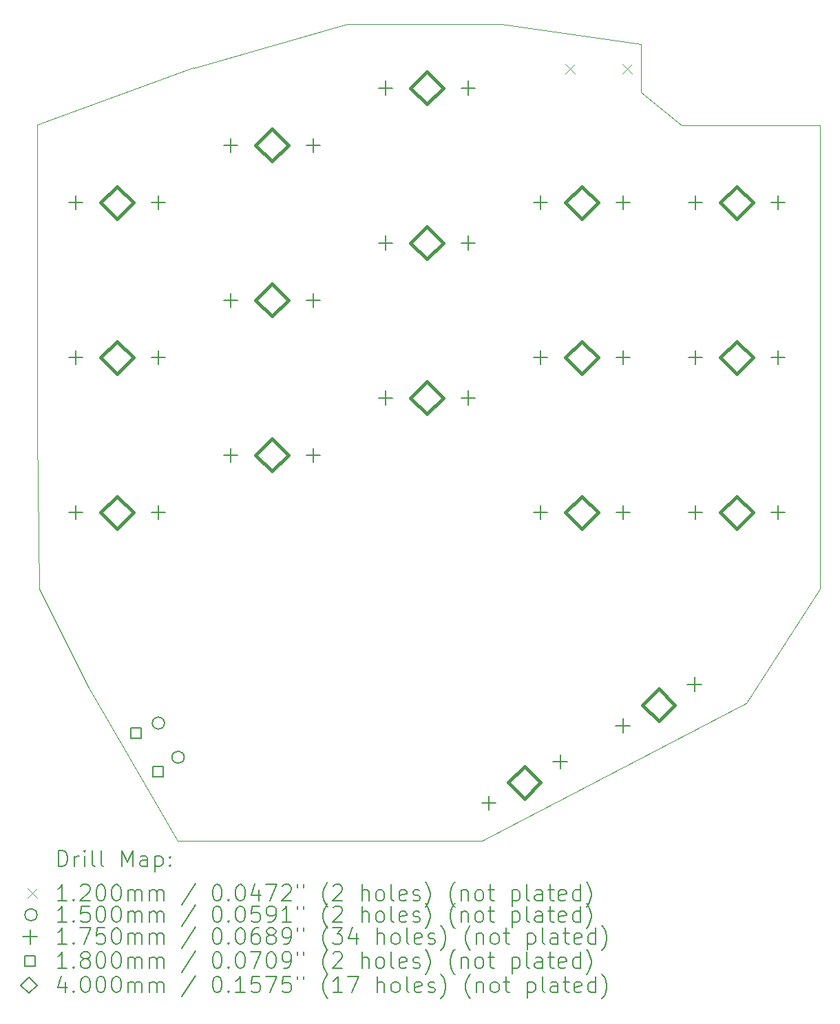
<source format=gbr>
%TF.GenerationSoftware,KiCad,Pcbnew,7.0.8-7.0.8~ubuntu22.04.1*%
%TF.CreationDate,2023-10-29T15:08:41+03:00*%
%TF.ProjectId,Keeb,4b656562-2e6b-4696-9361-645f70636258,rev?*%
%TF.SameCoordinates,Original*%
%TF.FileFunction,Drillmap*%
%TF.FilePolarity,Positive*%
%FSLAX45Y45*%
G04 Gerber Fmt 4.5, Leading zero omitted, Abs format (unit mm)*
G04 Created by KiCad (PCBNEW 7.0.8-7.0.8~ubuntu22.04.1) date 2023-10-29 15:08:41*
%MOMM*%
%LPD*%
G01*
G04 APERTURE LIST*
%ADD10C,0.050000*%
%ADD11C,0.200000*%
%ADD12C,0.120000*%
%ADD13C,0.150000*%
%ADD14C,0.175000*%
%ADD15C,0.180000*%
%ADD16C,0.400000*%
G04 APERTURE END LIST*
D10*
X18571000Y-2937000D02*
X18571000Y-3537000D01*
X19071000Y-3937000D01*
X20771000Y-3937000D01*
X20771000Y-9637000D01*
X19871000Y-11040000D01*
X16617000Y-12740000D01*
X12871000Y-12740000D01*
X11771000Y-10837000D01*
X11171000Y-9637000D01*
X11148277Y-7729217D01*
X11148277Y-3929217D01*
X13068000Y-3228000D01*
X13071000Y-3237000D01*
X14956000Y-2696000D01*
X16856000Y-2696000D01*
X18571000Y-2937000D01*
D11*
D12*
X17643500Y-3184500D02*
X17763500Y-3304500D01*
X17763500Y-3184500D02*
X17643500Y-3304500D01*
X18343500Y-3184500D02*
X18463500Y-3304500D01*
X18463500Y-3184500D02*
X18343500Y-3304500D01*
D13*
X12712695Y-11289489D02*
G75*
G03*
X12712695Y-11289489I-75000J0D01*
G01*
X12955195Y-11709511D02*
G75*
G03*
X12955195Y-11709511I-75000J0D01*
G01*
D14*
X11620500Y-4802000D02*
X11620500Y-4977000D01*
X11533000Y-4889500D02*
X11708000Y-4889500D01*
X11620500Y-6707000D02*
X11620500Y-6882000D01*
X11533000Y-6794500D02*
X11708000Y-6794500D01*
X11620500Y-8612000D02*
X11620500Y-8787000D01*
X11533000Y-8699500D02*
X11708000Y-8699500D01*
X12636500Y-4802000D02*
X12636500Y-4977000D01*
X12549000Y-4889500D02*
X12724000Y-4889500D01*
X12636500Y-6707000D02*
X12636500Y-6882000D01*
X12549000Y-6794500D02*
X12724000Y-6794500D01*
X12636500Y-8612000D02*
X12636500Y-8787000D01*
X12549000Y-8699500D02*
X12724000Y-8699500D01*
X13525500Y-4097000D02*
X13525500Y-4272000D01*
X13438000Y-4184500D02*
X13613000Y-4184500D01*
X13525500Y-6002000D02*
X13525500Y-6177000D01*
X13438000Y-6089500D02*
X13613000Y-6089500D01*
X13525500Y-7907000D02*
X13525500Y-8082000D01*
X13438000Y-7994500D02*
X13613000Y-7994500D01*
X14541500Y-4097000D02*
X14541500Y-4272000D01*
X14454000Y-4184500D02*
X14629000Y-4184500D01*
X14541500Y-6002000D02*
X14541500Y-6177000D01*
X14454000Y-6089500D02*
X14629000Y-6089500D01*
X14541500Y-7907000D02*
X14541500Y-8082000D01*
X14454000Y-7994500D02*
X14629000Y-7994500D01*
X15430500Y-3392000D02*
X15430500Y-3567000D01*
X15343000Y-3479500D02*
X15518000Y-3479500D01*
X15430500Y-5297000D02*
X15430500Y-5472000D01*
X15343000Y-5384500D02*
X15518000Y-5384500D01*
X15430500Y-7202000D02*
X15430500Y-7377000D01*
X15343000Y-7289500D02*
X15518000Y-7289500D01*
X16446500Y-3392000D02*
X16446500Y-3567000D01*
X16359000Y-3479500D02*
X16534000Y-3479500D01*
X16446500Y-5297000D02*
X16446500Y-5472000D01*
X16359000Y-5384500D02*
X16534000Y-5384500D01*
X16446500Y-7202000D02*
X16446500Y-7377000D01*
X16359000Y-7289500D02*
X16534000Y-7289500D01*
X16699823Y-12184957D02*
X16699823Y-12359957D01*
X16612323Y-12272457D02*
X16787323Y-12272457D01*
X17335500Y-4802000D02*
X17335500Y-4977000D01*
X17248000Y-4889500D02*
X17423000Y-4889500D01*
X17335500Y-6707000D02*
X17335500Y-6882000D01*
X17248000Y-6794500D02*
X17423000Y-6794500D01*
X17335500Y-8612000D02*
X17335500Y-8787000D01*
X17248000Y-8699500D02*
X17423000Y-8699500D01*
X17579705Y-11676957D02*
X17579705Y-11851957D01*
X17492205Y-11764457D02*
X17667205Y-11764457D01*
X18349602Y-11232457D02*
X18349602Y-11407457D01*
X18262102Y-11319957D02*
X18437102Y-11319957D01*
X18351500Y-4802000D02*
X18351500Y-4977000D01*
X18264000Y-4889500D02*
X18439000Y-4889500D01*
X18351500Y-6707000D02*
X18351500Y-6882000D01*
X18264000Y-6794500D02*
X18439000Y-6794500D01*
X18351500Y-8612000D02*
X18351500Y-8787000D01*
X18264000Y-8699500D02*
X18439000Y-8699500D01*
X19229484Y-10724457D02*
X19229484Y-10899457D01*
X19141984Y-10811957D02*
X19316984Y-10811957D01*
X19240500Y-4802000D02*
X19240500Y-4977000D01*
X19153000Y-4889500D02*
X19328000Y-4889500D01*
X19240500Y-6707000D02*
X19240500Y-6882000D01*
X19153000Y-6794500D02*
X19328000Y-6794500D01*
X19240500Y-8612000D02*
X19240500Y-8787000D01*
X19153000Y-8699500D02*
X19328000Y-8699500D01*
X20256500Y-4802000D02*
X20256500Y-4977000D01*
X20169000Y-4889500D02*
X20344000Y-4889500D01*
X20256500Y-6707000D02*
X20256500Y-6882000D01*
X20169000Y-6794500D02*
X20344000Y-6794500D01*
X20256500Y-8612000D02*
X20256500Y-8787000D01*
X20169000Y-8699500D02*
X20344000Y-8699500D01*
D15*
X12423929Y-11478648D02*
X12423929Y-11351368D01*
X12296649Y-11351368D01*
X12296649Y-11478648D01*
X12423929Y-11478648D01*
X12696429Y-11950632D02*
X12696429Y-11823352D01*
X12569149Y-11823352D01*
X12569149Y-11950632D01*
X12696429Y-11950632D01*
D16*
X12128500Y-5089500D02*
X12328500Y-4889500D01*
X12128500Y-4689500D01*
X11928500Y-4889500D01*
X12128500Y-5089500D01*
X12128500Y-6994500D02*
X12328500Y-6794500D01*
X12128500Y-6594500D01*
X11928500Y-6794500D01*
X12128500Y-6994500D01*
X12128500Y-8899500D02*
X12328500Y-8699500D01*
X12128500Y-8499500D01*
X11928500Y-8699500D01*
X12128500Y-8899500D01*
X14033500Y-4384500D02*
X14233500Y-4184500D01*
X14033500Y-3984500D01*
X13833500Y-4184500D01*
X14033500Y-4384500D01*
X14033500Y-6289500D02*
X14233500Y-6089500D01*
X14033500Y-5889500D01*
X13833500Y-6089500D01*
X14033500Y-6289500D01*
X14033500Y-8194500D02*
X14233500Y-7994500D01*
X14033500Y-7794500D01*
X13833500Y-7994500D01*
X14033500Y-8194500D01*
X15938500Y-3679500D02*
X16138500Y-3479500D01*
X15938500Y-3279500D01*
X15738500Y-3479500D01*
X15938500Y-3679500D01*
X15938500Y-5584500D02*
X16138500Y-5384500D01*
X15938500Y-5184500D01*
X15738500Y-5384500D01*
X15938500Y-5584500D01*
X15938500Y-7489500D02*
X16138500Y-7289500D01*
X15938500Y-7089500D01*
X15738500Y-7289500D01*
X15938500Y-7489500D01*
X17139764Y-12218457D02*
X17339764Y-12018457D01*
X17139764Y-11818457D01*
X16939764Y-12018457D01*
X17139764Y-12218457D01*
X17843500Y-5089500D02*
X18043500Y-4889500D01*
X17843500Y-4689500D01*
X17643500Y-4889500D01*
X17843500Y-5089500D01*
X17843500Y-6994500D02*
X18043500Y-6794500D01*
X17843500Y-6594500D01*
X17643500Y-6794500D01*
X17843500Y-6994500D01*
X17843500Y-8899500D02*
X18043500Y-8699500D01*
X17843500Y-8499500D01*
X17643500Y-8699500D01*
X17843500Y-8899500D01*
X18789543Y-11265957D02*
X18989543Y-11065957D01*
X18789543Y-10865957D01*
X18589543Y-11065957D01*
X18789543Y-11265957D01*
X19748500Y-5089500D02*
X19948500Y-4889500D01*
X19748500Y-4689500D01*
X19548500Y-4889500D01*
X19748500Y-5089500D01*
X19748500Y-6994500D02*
X19948500Y-6794500D01*
X19748500Y-6594500D01*
X19548500Y-6794500D01*
X19748500Y-6994500D01*
X19748500Y-8899500D02*
X19948500Y-8699500D01*
X19748500Y-8499500D01*
X19548500Y-8699500D01*
X19748500Y-8899500D01*
D11*
X11406553Y-13053984D02*
X11406553Y-12853984D01*
X11406553Y-12853984D02*
X11454172Y-12853984D01*
X11454172Y-12853984D02*
X11482744Y-12863508D01*
X11482744Y-12863508D02*
X11501791Y-12882555D01*
X11501791Y-12882555D02*
X11511315Y-12901603D01*
X11511315Y-12901603D02*
X11520839Y-12939698D01*
X11520839Y-12939698D02*
X11520839Y-12968269D01*
X11520839Y-12968269D02*
X11511315Y-13006365D01*
X11511315Y-13006365D02*
X11501791Y-13025412D01*
X11501791Y-13025412D02*
X11482744Y-13044460D01*
X11482744Y-13044460D02*
X11454172Y-13053984D01*
X11454172Y-13053984D02*
X11406553Y-13053984D01*
X11606553Y-13053984D02*
X11606553Y-12920650D01*
X11606553Y-12958746D02*
X11616077Y-12939698D01*
X11616077Y-12939698D02*
X11625601Y-12930174D01*
X11625601Y-12930174D02*
X11644649Y-12920650D01*
X11644649Y-12920650D02*
X11663696Y-12920650D01*
X11730363Y-13053984D02*
X11730363Y-12920650D01*
X11730363Y-12853984D02*
X11720839Y-12863508D01*
X11720839Y-12863508D02*
X11730363Y-12873031D01*
X11730363Y-12873031D02*
X11739887Y-12863508D01*
X11739887Y-12863508D02*
X11730363Y-12853984D01*
X11730363Y-12853984D02*
X11730363Y-12873031D01*
X11854172Y-13053984D02*
X11835125Y-13044460D01*
X11835125Y-13044460D02*
X11825601Y-13025412D01*
X11825601Y-13025412D02*
X11825601Y-12853984D01*
X11958934Y-13053984D02*
X11939887Y-13044460D01*
X11939887Y-13044460D02*
X11930363Y-13025412D01*
X11930363Y-13025412D02*
X11930363Y-12853984D01*
X12187506Y-13053984D02*
X12187506Y-12853984D01*
X12187506Y-12853984D02*
X12254172Y-12996841D01*
X12254172Y-12996841D02*
X12320839Y-12853984D01*
X12320839Y-12853984D02*
X12320839Y-13053984D01*
X12501791Y-13053984D02*
X12501791Y-12949222D01*
X12501791Y-12949222D02*
X12492268Y-12930174D01*
X12492268Y-12930174D02*
X12473220Y-12920650D01*
X12473220Y-12920650D02*
X12435125Y-12920650D01*
X12435125Y-12920650D02*
X12416077Y-12930174D01*
X12501791Y-13044460D02*
X12482744Y-13053984D01*
X12482744Y-13053984D02*
X12435125Y-13053984D01*
X12435125Y-13053984D02*
X12416077Y-13044460D01*
X12416077Y-13044460D02*
X12406553Y-13025412D01*
X12406553Y-13025412D02*
X12406553Y-13006365D01*
X12406553Y-13006365D02*
X12416077Y-12987317D01*
X12416077Y-12987317D02*
X12435125Y-12977793D01*
X12435125Y-12977793D02*
X12482744Y-12977793D01*
X12482744Y-12977793D02*
X12501791Y-12968269D01*
X12597030Y-12920650D02*
X12597030Y-13120650D01*
X12597030Y-12930174D02*
X12616077Y-12920650D01*
X12616077Y-12920650D02*
X12654172Y-12920650D01*
X12654172Y-12920650D02*
X12673220Y-12930174D01*
X12673220Y-12930174D02*
X12682744Y-12939698D01*
X12682744Y-12939698D02*
X12692268Y-12958746D01*
X12692268Y-12958746D02*
X12692268Y-13015888D01*
X12692268Y-13015888D02*
X12682744Y-13034936D01*
X12682744Y-13034936D02*
X12673220Y-13044460D01*
X12673220Y-13044460D02*
X12654172Y-13053984D01*
X12654172Y-13053984D02*
X12616077Y-13053984D01*
X12616077Y-13053984D02*
X12597030Y-13044460D01*
X12777982Y-13034936D02*
X12787506Y-13044460D01*
X12787506Y-13044460D02*
X12777982Y-13053984D01*
X12777982Y-13053984D02*
X12768458Y-13044460D01*
X12768458Y-13044460D02*
X12777982Y-13034936D01*
X12777982Y-13034936D02*
X12777982Y-13053984D01*
X12777982Y-12930174D02*
X12787506Y-12939698D01*
X12787506Y-12939698D02*
X12777982Y-12949222D01*
X12777982Y-12949222D02*
X12768458Y-12939698D01*
X12768458Y-12939698D02*
X12777982Y-12930174D01*
X12777982Y-12930174D02*
X12777982Y-12949222D01*
D12*
X11025777Y-13322500D02*
X11145777Y-13442500D01*
X11145777Y-13322500D02*
X11025777Y-13442500D01*
D11*
X11511315Y-13473984D02*
X11397030Y-13473984D01*
X11454172Y-13473984D02*
X11454172Y-13273984D01*
X11454172Y-13273984D02*
X11435125Y-13302555D01*
X11435125Y-13302555D02*
X11416077Y-13321603D01*
X11416077Y-13321603D02*
X11397030Y-13331127D01*
X11597030Y-13454936D02*
X11606553Y-13464460D01*
X11606553Y-13464460D02*
X11597030Y-13473984D01*
X11597030Y-13473984D02*
X11587506Y-13464460D01*
X11587506Y-13464460D02*
X11597030Y-13454936D01*
X11597030Y-13454936D02*
X11597030Y-13473984D01*
X11682744Y-13293031D02*
X11692268Y-13283508D01*
X11692268Y-13283508D02*
X11711315Y-13273984D01*
X11711315Y-13273984D02*
X11758934Y-13273984D01*
X11758934Y-13273984D02*
X11777982Y-13283508D01*
X11777982Y-13283508D02*
X11787506Y-13293031D01*
X11787506Y-13293031D02*
X11797030Y-13312079D01*
X11797030Y-13312079D02*
X11797030Y-13331127D01*
X11797030Y-13331127D02*
X11787506Y-13359698D01*
X11787506Y-13359698D02*
X11673220Y-13473984D01*
X11673220Y-13473984D02*
X11797030Y-13473984D01*
X11920839Y-13273984D02*
X11939887Y-13273984D01*
X11939887Y-13273984D02*
X11958934Y-13283508D01*
X11958934Y-13283508D02*
X11968458Y-13293031D01*
X11968458Y-13293031D02*
X11977982Y-13312079D01*
X11977982Y-13312079D02*
X11987506Y-13350174D01*
X11987506Y-13350174D02*
X11987506Y-13397793D01*
X11987506Y-13397793D02*
X11977982Y-13435888D01*
X11977982Y-13435888D02*
X11968458Y-13454936D01*
X11968458Y-13454936D02*
X11958934Y-13464460D01*
X11958934Y-13464460D02*
X11939887Y-13473984D01*
X11939887Y-13473984D02*
X11920839Y-13473984D01*
X11920839Y-13473984D02*
X11901791Y-13464460D01*
X11901791Y-13464460D02*
X11892268Y-13454936D01*
X11892268Y-13454936D02*
X11882744Y-13435888D01*
X11882744Y-13435888D02*
X11873220Y-13397793D01*
X11873220Y-13397793D02*
X11873220Y-13350174D01*
X11873220Y-13350174D02*
X11882744Y-13312079D01*
X11882744Y-13312079D02*
X11892268Y-13293031D01*
X11892268Y-13293031D02*
X11901791Y-13283508D01*
X11901791Y-13283508D02*
X11920839Y-13273984D01*
X12111315Y-13273984D02*
X12130363Y-13273984D01*
X12130363Y-13273984D02*
X12149411Y-13283508D01*
X12149411Y-13283508D02*
X12158934Y-13293031D01*
X12158934Y-13293031D02*
X12168458Y-13312079D01*
X12168458Y-13312079D02*
X12177982Y-13350174D01*
X12177982Y-13350174D02*
X12177982Y-13397793D01*
X12177982Y-13397793D02*
X12168458Y-13435888D01*
X12168458Y-13435888D02*
X12158934Y-13454936D01*
X12158934Y-13454936D02*
X12149411Y-13464460D01*
X12149411Y-13464460D02*
X12130363Y-13473984D01*
X12130363Y-13473984D02*
X12111315Y-13473984D01*
X12111315Y-13473984D02*
X12092268Y-13464460D01*
X12092268Y-13464460D02*
X12082744Y-13454936D01*
X12082744Y-13454936D02*
X12073220Y-13435888D01*
X12073220Y-13435888D02*
X12063696Y-13397793D01*
X12063696Y-13397793D02*
X12063696Y-13350174D01*
X12063696Y-13350174D02*
X12073220Y-13312079D01*
X12073220Y-13312079D02*
X12082744Y-13293031D01*
X12082744Y-13293031D02*
X12092268Y-13283508D01*
X12092268Y-13283508D02*
X12111315Y-13273984D01*
X12263696Y-13473984D02*
X12263696Y-13340650D01*
X12263696Y-13359698D02*
X12273220Y-13350174D01*
X12273220Y-13350174D02*
X12292268Y-13340650D01*
X12292268Y-13340650D02*
X12320839Y-13340650D01*
X12320839Y-13340650D02*
X12339887Y-13350174D01*
X12339887Y-13350174D02*
X12349411Y-13369222D01*
X12349411Y-13369222D02*
X12349411Y-13473984D01*
X12349411Y-13369222D02*
X12358934Y-13350174D01*
X12358934Y-13350174D02*
X12377982Y-13340650D01*
X12377982Y-13340650D02*
X12406553Y-13340650D01*
X12406553Y-13340650D02*
X12425601Y-13350174D01*
X12425601Y-13350174D02*
X12435125Y-13369222D01*
X12435125Y-13369222D02*
X12435125Y-13473984D01*
X12530363Y-13473984D02*
X12530363Y-13340650D01*
X12530363Y-13359698D02*
X12539887Y-13350174D01*
X12539887Y-13350174D02*
X12558934Y-13340650D01*
X12558934Y-13340650D02*
X12587506Y-13340650D01*
X12587506Y-13340650D02*
X12606553Y-13350174D01*
X12606553Y-13350174D02*
X12616077Y-13369222D01*
X12616077Y-13369222D02*
X12616077Y-13473984D01*
X12616077Y-13369222D02*
X12625601Y-13350174D01*
X12625601Y-13350174D02*
X12644649Y-13340650D01*
X12644649Y-13340650D02*
X12673220Y-13340650D01*
X12673220Y-13340650D02*
X12692268Y-13350174D01*
X12692268Y-13350174D02*
X12701792Y-13369222D01*
X12701792Y-13369222D02*
X12701792Y-13473984D01*
X13092268Y-13264460D02*
X12920839Y-13521603D01*
X13349411Y-13273984D02*
X13368458Y-13273984D01*
X13368458Y-13273984D02*
X13387506Y-13283508D01*
X13387506Y-13283508D02*
X13397030Y-13293031D01*
X13397030Y-13293031D02*
X13406554Y-13312079D01*
X13406554Y-13312079D02*
X13416077Y-13350174D01*
X13416077Y-13350174D02*
X13416077Y-13397793D01*
X13416077Y-13397793D02*
X13406554Y-13435888D01*
X13406554Y-13435888D02*
X13397030Y-13454936D01*
X13397030Y-13454936D02*
X13387506Y-13464460D01*
X13387506Y-13464460D02*
X13368458Y-13473984D01*
X13368458Y-13473984D02*
X13349411Y-13473984D01*
X13349411Y-13473984D02*
X13330363Y-13464460D01*
X13330363Y-13464460D02*
X13320839Y-13454936D01*
X13320839Y-13454936D02*
X13311315Y-13435888D01*
X13311315Y-13435888D02*
X13301792Y-13397793D01*
X13301792Y-13397793D02*
X13301792Y-13350174D01*
X13301792Y-13350174D02*
X13311315Y-13312079D01*
X13311315Y-13312079D02*
X13320839Y-13293031D01*
X13320839Y-13293031D02*
X13330363Y-13283508D01*
X13330363Y-13283508D02*
X13349411Y-13273984D01*
X13501792Y-13454936D02*
X13511315Y-13464460D01*
X13511315Y-13464460D02*
X13501792Y-13473984D01*
X13501792Y-13473984D02*
X13492268Y-13464460D01*
X13492268Y-13464460D02*
X13501792Y-13454936D01*
X13501792Y-13454936D02*
X13501792Y-13473984D01*
X13635125Y-13273984D02*
X13654173Y-13273984D01*
X13654173Y-13273984D02*
X13673220Y-13283508D01*
X13673220Y-13283508D02*
X13682744Y-13293031D01*
X13682744Y-13293031D02*
X13692268Y-13312079D01*
X13692268Y-13312079D02*
X13701792Y-13350174D01*
X13701792Y-13350174D02*
X13701792Y-13397793D01*
X13701792Y-13397793D02*
X13692268Y-13435888D01*
X13692268Y-13435888D02*
X13682744Y-13454936D01*
X13682744Y-13454936D02*
X13673220Y-13464460D01*
X13673220Y-13464460D02*
X13654173Y-13473984D01*
X13654173Y-13473984D02*
X13635125Y-13473984D01*
X13635125Y-13473984D02*
X13616077Y-13464460D01*
X13616077Y-13464460D02*
X13606554Y-13454936D01*
X13606554Y-13454936D02*
X13597030Y-13435888D01*
X13597030Y-13435888D02*
X13587506Y-13397793D01*
X13587506Y-13397793D02*
X13587506Y-13350174D01*
X13587506Y-13350174D02*
X13597030Y-13312079D01*
X13597030Y-13312079D02*
X13606554Y-13293031D01*
X13606554Y-13293031D02*
X13616077Y-13283508D01*
X13616077Y-13283508D02*
X13635125Y-13273984D01*
X13873220Y-13340650D02*
X13873220Y-13473984D01*
X13825601Y-13264460D02*
X13777982Y-13407317D01*
X13777982Y-13407317D02*
X13901792Y-13407317D01*
X13958935Y-13273984D02*
X14092268Y-13273984D01*
X14092268Y-13273984D02*
X14006554Y-13473984D01*
X14158935Y-13293031D02*
X14168458Y-13283508D01*
X14168458Y-13283508D02*
X14187506Y-13273984D01*
X14187506Y-13273984D02*
X14235125Y-13273984D01*
X14235125Y-13273984D02*
X14254173Y-13283508D01*
X14254173Y-13283508D02*
X14263696Y-13293031D01*
X14263696Y-13293031D02*
X14273220Y-13312079D01*
X14273220Y-13312079D02*
X14273220Y-13331127D01*
X14273220Y-13331127D02*
X14263696Y-13359698D01*
X14263696Y-13359698D02*
X14149411Y-13473984D01*
X14149411Y-13473984D02*
X14273220Y-13473984D01*
X14349411Y-13273984D02*
X14349411Y-13312079D01*
X14425601Y-13273984D02*
X14425601Y-13312079D01*
X14720839Y-13550174D02*
X14711316Y-13540650D01*
X14711316Y-13540650D02*
X14692268Y-13512079D01*
X14692268Y-13512079D02*
X14682744Y-13493031D01*
X14682744Y-13493031D02*
X14673220Y-13464460D01*
X14673220Y-13464460D02*
X14663697Y-13416841D01*
X14663697Y-13416841D02*
X14663697Y-13378746D01*
X14663697Y-13378746D02*
X14673220Y-13331127D01*
X14673220Y-13331127D02*
X14682744Y-13302555D01*
X14682744Y-13302555D02*
X14692268Y-13283508D01*
X14692268Y-13283508D02*
X14711316Y-13254936D01*
X14711316Y-13254936D02*
X14720839Y-13245412D01*
X14787506Y-13293031D02*
X14797030Y-13283508D01*
X14797030Y-13283508D02*
X14816077Y-13273984D01*
X14816077Y-13273984D02*
X14863697Y-13273984D01*
X14863697Y-13273984D02*
X14882744Y-13283508D01*
X14882744Y-13283508D02*
X14892268Y-13293031D01*
X14892268Y-13293031D02*
X14901792Y-13312079D01*
X14901792Y-13312079D02*
X14901792Y-13331127D01*
X14901792Y-13331127D02*
X14892268Y-13359698D01*
X14892268Y-13359698D02*
X14777982Y-13473984D01*
X14777982Y-13473984D02*
X14901792Y-13473984D01*
X15139887Y-13473984D02*
X15139887Y-13273984D01*
X15225601Y-13473984D02*
X15225601Y-13369222D01*
X15225601Y-13369222D02*
X15216078Y-13350174D01*
X15216078Y-13350174D02*
X15197030Y-13340650D01*
X15197030Y-13340650D02*
X15168458Y-13340650D01*
X15168458Y-13340650D02*
X15149411Y-13350174D01*
X15149411Y-13350174D02*
X15139887Y-13359698D01*
X15349411Y-13473984D02*
X15330363Y-13464460D01*
X15330363Y-13464460D02*
X15320839Y-13454936D01*
X15320839Y-13454936D02*
X15311316Y-13435888D01*
X15311316Y-13435888D02*
X15311316Y-13378746D01*
X15311316Y-13378746D02*
X15320839Y-13359698D01*
X15320839Y-13359698D02*
X15330363Y-13350174D01*
X15330363Y-13350174D02*
X15349411Y-13340650D01*
X15349411Y-13340650D02*
X15377982Y-13340650D01*
X15377982Y-13340650D02*
X15397030Y-13350174D01*
X15397030Y-13350174D02*
X15406554Y-13359698D01*
X15406554Y-13359698D02*
X15416078Y-13378746D01*
X15416078Y-13378746D02*
X15416078Y-13435888D01*
X15416078Y-13435888D02*
X15406554Y-13454936D01*
X15406554Y-13454936D02*
X15397030Y-13464460D01*
X15397030Y-13464460D02*
X15377982Y-13473984D01*
X15377982Y-13473984D02*
X15349411Y-13473984D01*
X15530363Y-13473984D02*
X15511316Y-13464460D01*
X15511316Y-13464460D02*
X15501792Y-13445412D01*
X15501792Y-13445412D02*
X15501792Y-13273984D01*
X15682744Y-13464460D02*
X15663697Y-13473984D01*
X15663697Y-13473984D02*
X15625601Y-13473984D01*
X15625601Y-13473984D02*
X15606554Y-13464460D01*
X15606554Y-13464460D02*
X15597030Y-13445412D01*
X15597030Y-13445412D02*
X15597030Y-13369222D01*
X15597030Y-13369222D02*
X15606554Y-13350174D01*
X15606554Y-13350174D02*
X15625601Y-13340650D01*
X15625601Y-13340650D02*
X15663697Y-13340650D01*
X15663697Y-13340650D02*
X15682744Y-13350174D01*
X15682744Y-13350174D02*
X15692268Y-13369222D01*
X15692268Y-13369222D02*
X15692268Y-13388269D01*
X15692268Y-13388269D02*
X15597030Y-13407317D01*
X15768459Y-13464460D02*
X15787506Y-13473984D01*
X15787506Y-13473984D02*
X15825601Y-13473984D01*
X15825601Y-13473984D02*
X15844649Y-13464460D01*
X15844649Y-13464460D02*
X15854173Y-13445412D01*
X15854173Y-13445412D02*
X15854173Y-13435888D01*
X15854173Y-13435888D02*
X15844649Y-13416841D01*
X15844649Y-13416841D02*
X15825601Y-13407317D01*
X15825601Y-13407317D02*
X15797030Y-13407317D01*
X15797030Y-13407317D02*
X15777982Y-13397793D01*
X15777982Y-13397793D02*
X15768459Y-13378746D01*
X15768459Y-13378746D02*
X15768459Y-13369222D01*
X15768459Y-13369222D02*
X15777982Y-13350174D01*
X15777982Y-13350174D02*
X15797030Y-13340650D01*
X15797030Y-13340650D02*
X15825601Y-13340650D01*
X15825601Y-13340650D02*
X15844649Y-13350174D01*
X15920840Y-13550174D02*
X15930363Y-13540650D01*
X15930363Y-13540650D02*
X15949411Y-13512079D01*
X15949411Y-13512079D02*
X15958935Y-13493031D01*
X15958935Y-13493031D02*
X15968459Y-13464460D01*
X15968459Y-13464460D02*
X15977982Y-13416841D01*
X15977982Y-13416841D02*
X15977982Y-13378746D01*
X15977982Y-13378746D02*
X15968459Y-13331127D01*
X15968459Y-13331127D02*
X15958935Y-13302555D01*
X15958935Y-13302555D02*
X15949411Y-13283508D01*
X15949411Y-13283508D02*
X15930363Y-13254936D01*
X15930363Y-13254936D02*
X15920840Y-13245412D01*
X16282744Y-13550174D02*
X16273220Y-13540650D01*
X16273220Y-13540650D02*
X16254173Y-13512079D01*
X16254173Y-13512079D02*
X16244649Y-13493031D01*
X16244649Y-13493031D02*
X16235125Y-13464460D01*
X16235125Y-13464460D02*
X16225601Y-13416841D01*
X16225601Y-13416841D02*
X16225601Y-13378746D01*
X16225601Y-13378746D02*
X16235125Y-13331127D01*
X16235125Y-13331127D02*
X16244649Y-13302555D01*
X16244649Y-13302555D02*
X16254173Y-13283508D01*
X16254173Y-13283508D02*
X16273220Y-13254936D01*
X16273220Y-13254936D02*
X16282744Y-13245412D01*
X16358935Y-13340650D02*
X16358935Y-13473984D01*
X16358935Y-13359698D02*
X16368459Y-13350174D01*
X16368459Y-13350174D02*
X16387506Y-13340650D01*
X16387506Y-13340650D02*
X16416078Y-13340650D01*
X16416078Y-13340650D02*
X16435125Y-13350174D01*
X16435125Y-13350174D02*
X16444649Y-13369222D01*
X16444649Y-13369222D02*
X16444649Y-13473984D01*
X16568459Y-13473984D02*
X16549411Y-13464460D01*
X16549411Y-13464460D02*
X16539887Y-13454936D01*
X16539887Y-13454936D02*
X16530363Y-13435888D01*
X16530363Y-13435888D02*
X16530363Y-13378746D01*
X16530363Y-13378746D02*
X16539887Y-13359698D01*
X16539887Y-13359698D02*
X16549411Y-13350174D01*
X16549411Y-13350174D02*
X16568459Y-13340650D01*
X16568459Y-13340650D02*
X16597030Y-13340650D01*
X16597030Y-13340650D02*
X16616078Y-13350174D01*
X16616078Y-13350174D02*
X16625601Y-13359698D01*
X16625601Y-13359698D02*
X16635125Y-13378746D01*
X16635125Y-13378746D02*
X16635125Y-13435888D01*
X16635125Y-13435888D02*
X16625601Y-13454936D01*
X16625601Y-13454936D02*
X16616078Y-13464460D01*
X16616078Y-13464460D02*
X16597030Y-13473984D01*
X16597030Y-13473984D02*
X16568459Y-13473984D01*
X16692268Y-13340650D02*
X16768459Y-13340650D01*
X16720840Y-13273984D02*
X16720840Y-13445412D01*
X16720840Y-13445412D02*
X16730363Y-13464460D01*
X16730363Y-13464460D02*
X16749411Y-13473984D01*
X16749411Y-13473984D02*
X16768459Y-13473984D01*
X16987506Y-13340650D02*
X16987506Y-13540650D01*
X16987506Y-13350174D02*
X17006554Y-13340650D01*
X17006554Y-13340650D02*
X17044649Y-13340650D01*
X17044649Y-13340650D02*
X17063697Y-13350174D01*
X17063697Y-13350174D02*
X17073221Y-13359698D01*
X17073221Y-13359698D02*
X17082744Y-13378746D01*
X17082744Y-13378746D02*
X17082744Y-13435888D01*
X17082744Y-13435888D02*
X17073221Y-13454936D01*
X17073221Y-13454936D02*
X17063697Y-13464460D01*
X17063697Y-13464460D02*
X17044649Y-13473984D01*
X17044649Y-13473984D02*
X17006554Y-13473984D01*
X17006554Y-13473984D02*
X16987506Y-13464460D01*
X17197030Y-13473984D02*
X17177983Y-13464460D01*
X17177983Y-13464460D02*
X17168459Y-13445412D01*
X17168459Y-13445412D02*
X17168459Y-13273984D01*
X17358935Y-13473984D02*
X17358935Y-13369222D01*
X17358935Y-13369222D02*
X17349411Y-13350174D01*
X17349411Y-13350174D02*
X17330364Y-13340650D01*
X17330364Y-13340650D02*
X17292268Y-13340650D01*
X17292268Y-13340650D02*
X17273221Y-13350174D01*
X17358935Y-13464460D02*
X17339887Y-13473984D01*
X17339887Y-13473984D02*
X17292268Y-13473984D01*
X17292268Y-13473984D02*
X17273221Y-13464460D01*
X17273221Y-13464460D02*
X17263697Y-13445412D01*
X17263697Y-13445412D02*
X17263697Y-13426365D01*
X17263697Y-13426365D02*
X17273221Y-13407317D01*
X17273221Y-13407317D02*
X17292268Y-13397793D01*
X17292268Y-13397793D02*
X17339887Y-13397793D01*
X17339887Y-13397793D02*
X17358935Y-13388269D01*
X17425602Y-13340650D02*
X17501792Y-13340650D01*
X17454173Y-13273984D02*
X17454173Y-13445412D01*
X17454173Y-13445412D02*
X17463697Y-13464460D01*
X17463697Y-13464460D02*
X17482744Y-13473984D01*
X17482744Y-13473984D02*
X17501792Y-13473984D01*
X17644649Y-13464460D02*
X17625602Y-13473984D01*
X17625602Y-13473984D02*
X17587506Y-13473984D01*
X17587506Y-13473984D02*
X17568459Y-13464460D01*
X17568459Y-13464460D02*
X17558935Y-13445412D01*
X17558935Y-13445412D02*
X17558935Y-13369222D01*
X17558935Y-13369222D02*
X17568459Y-13350174D01*
X17568459Y-13350174D02*
X17587506Y-13340650D01*
X17587506Y-13340650D02*
X17625602Y-13340650D01*
X17625602Y-13340650D02*
X17644649Y-13350174D01*
X17644649Y-13350174D02*
X17654173Y-13369222D01*
X17654173Y-13369222D02*
X17654173Y-13388269D01*
X17654173Y-13388269D02*
X17558935Y-13407317D01*
X17825602Y-13473984D02*
X17825602Y-13273984D01*
X17825602Y-13464460D02*
X17806554Y-13473984D01*
X17806554Y-13473984D02*
X17768459Y-13473984D01*
X17768459Y-13473984D02*
X17749411Y-13464460D01*
X17749411Y-13464460D02*
X17739887Y-13454936D01*
X17739887Y-13454936D02*
X17730364Y-13435888D01*
X17730364Y-13435888D02*
X17730364Y-13378746D01*
X17730364Y-13378746D02*
X17739887Y-13359698D01*
X17739887Y-13359698D02*
X17749411Y-13350174D01*
X17749411Y-13350174D02*
X17768459Y-13340650D01*
X17768459Y-13340650D02*
X17806554Y-13340650D01*
X17806554Y-13340650D02*
X17825602Y-13350174D01*
X17901792Y-13550174D02*
X17911316Y-13540650D01*
X17911316Y-13540650D02*
X17930364Y-13512079D01*
X17930364Y-13512079D02*
X17939887Y-13493031D01*
X17939887Y-13493031D02*
X17949411Y-13464460D01*
X17949411Y-13464460D02*
X17958935Y-13416841D01*
X17958935Y-13416841D02*
X17958935Y-13378746D01*
X17958935Y-13378746D02*
X17949411Y-13331127D01*
X17949411Y-13331127D02*
X17939887Y-13302555D01*
X17939887Y-13302555D02*
X17930364Y-13283508D01*
X17930364Y-13283508D02*
X17911316Y-13254936D01*
X17911316Y-13254936D02*
X17901792Y-13245412D01*
D13*
X11145777Y-13646500D02*
G75*
G03*
X11145777Y-13646500I-75000J0D01*
G01*
D11*
X11511315Y-13737984D02*
X11397030Y-13737984D01*
X11454172Y-13737984D02*
X11454172Y-13537984D01*
X11454172Y-13537984D02*
X11435125Y-13566555D01*
X11435125Y-13566555D02*
X11416077Y-13585603D01*
X11416077Y-13585603D02*
X11397030Y-13595127D01*
X11597030Y-13718936D02*
X11606553Y-13728460D01*
X11606553Y-13728460D02*
X11597030Y-13737984D01*
X11597030Y-13737984D02*
X11587506Y-13728460D01*
X11587506Y-13728460D02*
X11597030Y-13718936D01*
X11597030Y-13718936D02*
X11597030Y-13737984D01*
X11787506Y-13537984D02*
X11692268Y-13537984D01*
X11692268Y-13537984D02*
X11682744Y-13633222D01*
X11682744Y-13633222D02*
X11692268Y-13623698D01*
X11692268Y-13623698D02*
X11711315Y-13614174D01*
X11711315Y-13614174D02*
X11758934Y-13614174D01*
X11758934Y-13614174D02*
X11777982Y-13623698D01*
X11777982Y-13623698D02*
X11787506Y-13633222D01*
X11787506Y-13633222D02*
X11797030Y-13652269D01*
X11797030Y-13652269D02*
X11797030Y-13699888D01*
X11797030Y-13699888D02*
X11787506Y-13718936D01*
X11787506Y-13718936D02*
X11777982Y-13728460D01*
X11777982Y-13728460D02*
X11758934Y-13737984D01*
X11758934Y-13737984D02*
X11711315Y-13737984D01*
X11711315Y-13737984D02*
X11692268Y-13728460D01*
X11692268Y-13728460D02*
X11682744Y-13718936D01*
X11920839Y-13537984D02*
X11939887Y-13537984D01*
X11939887Y-13537984D02*
X11958934Y-13547508D01*
X11958934Y-13547508D02*
X11968458Y-13557031D01*
X11968458Y-13557031D02*
X11977982Y-13576079D01*
X11977982Y-13576079D02*
X11987506Y-13614174D01*
X11987506Y-13614174D02*
X11987506Y-13661793D01*
X11987506Y-13661793D02*
X11977982Y-13699888D01*
X11977982Y-13699888D02*
X11968458Y-13718936D01*
X11968458Y-13718936D02*
X11958934Y-13728460D01*
X11958934Y-13728460D02*
X11939887Y-13737984D01*
X11939887Y-13737984D02*
X11920839Y-13737984D01*
X11920839Y-13737984D02*
X11901791Y-13728460D01*
X11901791Y-13728460D02*
X11892268Y-13718936D01*
X11892268Y-13718936D02*
X11882744Y-13699888D01*
X11882744Y-13699888D02*
X11873220Y-13661793D01*
X11873220Y-13661793D02*
X11873220Y-13614174D01*
X11873220Y-13614174D02*
X11882744Y-13576079D01*
X11882744Y-13576079D02*
X11892268Y-13557031D01*
X11892268Y-13557031D02*
X11901791Y-13547508D01*
X11901791Y-13547508D02*
X11920839Y-13537984D01*
X12111315Y-13537984D02*
X12130363Y-13537984D01*
X12130363Y-13537984D02*
X12149411Y-13547508D01*
X12149411Y-13547508D02*
X12158934Y-13557031D01*
X12158934Y-13557031D02*
X12168458Y-13576079D01*
X12168458Y-13576079D02*
X12177982Y-13614174D01*
X12177982Y-13614174D02*
X12177982Y-13661793D01*
X12177982Y-13661793D02*
X12168458Y-13699888D01*
X12168458Y-13699888D02*
X12158934Y-13718936D01*
X12158934Y-13718936D02*
X12149411Y-13728460D01*
X12149411Y-13728460D02*
X12130363Y-13737984D01*
X12130363Y-13737984D02*
X12111315Y-13737984D01*
X12111315Y-13737984D02*
X12092268Y-13728460D01*
X12092268Y-13728460D02*
X12082744Y-13718936D01*
X12082744Y-13718936D02*
X12073220Y-13699888D01*
X12073220Y-13699888D02*
X12063696Y-13661793D01*
X12063696Y-13661793D02*
X12063696Y-13614174D01*
X12063696Y-13614174D02*
X12073220Y-13576079D01*
X12073220Y-13576079D02*
X12082744Y-13557031D01*
X12082744Y-13557031D02*
X12092268Y-13547508D01*
X12092268Y-13547508D02*
X12111315Y-13537984D01*
X12263696Y-13737984D02*
X12263696Y-13604650D01*
X12263696Y-13623698D02*
X12273220Y-13614174D01*
X12273220Y-13614174D02*
X12292268Y-13604650D01*
X12292268Y-13604650D02*
X12320839Y-13604650D01*
X12320839Y-13604650D02*
X12339887Y-13614174D01*
X12339887Y-13614174D02*
X12349411Y-13633222D01*
X12349411Y-13633222D02*
X12349411Y-13737984D01*
X12349411Y-13633222D02*
X12358934Y-13614174D01*
X12358934Y-13614174D02*
X12377982Y-13604650D01*
X12377982Y-13604650D02*
X12406553Y-13604650D01*
X12406553Y-13604650D02*
X12425601Y-13614174D01*
X12425601Y-13614174D02*
X12435125Y-13633222D01*
X12435125Y-13633222D02*
X12435125Y-13737984D01*
X12530363Y-13737984D02*
X12530363Y-13604650D01*
X12530363Y-13623698D02*
X12539887Y-13614174D01*
X12539887Y-13614174D02*
X12558934Y-13604650D01*
X12558934Y-13604650D02*
X12587506Y-13604650D01*
X12587506Y-13604650D02*
X12606553Y-13614174D01*
X12606553Y-13614174D02*
X12616077Y-13633222D01*
X12616077Y-13633222D02*
X12616077Y-13737984D01*
X12616077Y-13633222D02*
X12625601Y-13614174D01*
X12625601Y-13614174D02*
X12644649Y-13604650D01*
X12644649Y-13604650D02*
X12673220Y-13604650D01*
X12673220Y-13604650D02*
X12692268Y-13614174D01*
X12692268Y-13614174D02*
X12701792Y-13633222D01*
X12701792Y-13633222D02*
X12701792Y-13737984D01*
X13092268Y-13528460D02*
X12920839Y-13785603D01*
X13349411Y-13537984D02*
X13368458Y-13537984D01*
X13368458Y-13537984D02*
X13387506Y-13547508D01*
X13387506Y-13547508D02*
X13397030Y-13557031D01*
X13397030Y-13557031D02*
X13406554Y-13576079D01*
X13406554Y-13576079D02*
X13416077Y-13614174D01*
X13416077Y-13614174D02*
X13416077Y-13661793D01*
X13416077Y-13661793D02*
X13406554Y-13699888D01*
X13406554Y-13699888D02*
X13397030Y-13718936D01*
X13397030Y-13718936D02*
X13387506Y-13728460D01*
X13387506Y-13728460D02*
X13368458Y-13737984D01*
X13368458Y-13737984D02*
X13349411Y-13737984D01*
X13349411Y-13737984D02*
X13330363Y-13728460D01*
X13330363Y-13728460D02*
X13320839Y-13718936D01*
X13320839Y-13718936D02*
X13311315Y-13699888D01*
X13311315Y-13699888D02*
X13301792Y-13661793D01*
X13301792Y-13661793D02*
X13301792Y-13614174D01*
X13301792Y-13614174D02*
X13311315Y-13576079D01*
X13311315Y-13576079D02*
X13320839Y-13557031D01*
X13320839Y-13557031D02*
X13330363Y-13547508D01*
X13330363Y-13547508D02*
X13349411Y-13537984D01*
X13501792Y-13718936D02*
X13511315Y-13728460D01*
X13511315Y-13728460D02*
X13501792Y-13737984D01*
X13501792Y-13737984D02*
X13492268Y-13728460D01*
X13492268Y-13728460D02*
X13501792Y-13718936D01*
X13501792Y-13718936D02*
X13501792Y-13737984D01*
X13635125Y-13537984D02*
X13654173Y-13537984D01*
X13654173Y-13537984D02*
X13673220Y-13547508D01*
X13673220Y-13547508D02*
X13682744Y-13557031D01*
X13682744Y-13557031D02*
X13692268Y-13576079D01*
X13692268Y-13576079D02*
X13701792Y-13614174D01*
X13701792Y-13614174D02*
X13701792Y-13661793D01*
X13701792Y-13661793D02*
X13692268Y-13699888D01*
X13692268Y-13699888D02*
X13682744Y-13718936D01*
X13682744Y-13718936D02*
X13673220Y-13728460D01*
X13673220Y-13728460D02*
X13654173Y-13737984D01*
X13654173Y-13737984D02*
X13635125Y-13737984D01*
X13635125Y-13737984D02*
X13616077Y-13728460D01*
X13616077Y-13728460D02*
X13606554Y-13718936D01*
X13606554Y-13718936D02*
X13597030Y-13699888D01*
X13597030Y-13699888D02*
X13587506Y-13661793D01*
X13587506Y-13661793D02*
X13587506Y-13614174D01*
X13587506Y-13614174D02*
X13597030Y-13576079D01*
X13597030Y-13576079D02*
X13606554Y-13557031D01*
X13606554Y-13557031D02*
X13616077Y-13547508D01*
X13616077Y-13547508D02*
X13635125Y-13537984D01*
X13882744Y-13537984D02*
X13787506Y-13537984D01*
X13787506Y-13537984D02*
X13777982Y-13633222D01*
X13777982Y-13633222D02*
X13787506Y-13623698D01*
X13787506Y-13623698D02*
X13806554Y-13614174D01*
X13806554Y-13614174D02*
X13854173Y-13614174D01*
X13854173Y-13614174D02*
X13873220Y-13623698D01*
X13873220Y-13623698D02*
X13882744Y-13633222D01*
X13882744Y-13633222D02*
X13892268Y-13652269D01*
X13892268Y-13652269D02*
X13892268Y-13699888D01*
X13892268Y-13699888D02*
X13882744Y-13718936D01*
X13882744Y-13718936D02*
X13873220Y-13728460D01*
X13873220Y-13728460D02*
X13854173Y-13737984D01*
X13854173Y-13737984D02*
X13806554Y-13737984D01*
X13806554Y-13737984D02*
X13787506Y-13728460D01*
X13787506Y-13728460D02*
X13777982Y-13718936D01*
X13987506Y-13737984D02*
X14025601Y-13737984D01*
X14025601Y-13737984D02*
X14044649Y-13728460D01*
X14044649Y-13728460D02*
X14054173Y-13718936D01*
X14054173Y-13718936D02*
X14073220Y-13690365D01*
X14073220Y-13690365D02*
X14082744Y-13652269D01*
X14082744Y-13652269D02*
X14082744Y-13576079D01*
X14082744Y-13576079D02*
X14073220Y-13557031D01*
X14073220Y-13557031D02*
X14063696Y-13547508D01*
X14063696Y-13547508D02*
X14044649Y-13537984D01*
X14044649Y-13537984D02*
X14006554Y-13537984D01*
X14006554Y-13537984D02*
X13987506Y-13547508D01*
X13987506Y-13547508D02*
X13977982Y-13557031D01*
X13977982Y-13557031D02*
X13968458Y-13576079D01*
X13968458Y-13576079D02*
X13968458Y-13623698D01*
X13968458Y-13623698D02*
X13977982Y-13642746D01*
X13977982Y-13642746D02*
X13987506Y-13652269D01*
X13987506Y-13652269D02*
X14006554Y-13661793D01*
X14006554Y-13661793D02*
X14044649Y-13661793D01*
X14044649Y-13661793D02*
X14063696Y-13652269D01*
X14063696Y-13652269D02*
X14073220Y-13642746D01*
X14073220Y-13642746D02*
X14082744Y-13623698D01*
X14273220Y-13737984D02*
X14158935Y-13737984D01*
X14216077Y-13737984D02*
X14216077Y-13537984D01*
X14216077Y-13537984D02*
X14197030Y-13566555D01*
X14197030Y-13566555D02*
X14177982Y-13585603D01*
X14177982Y-13585603D02*
X14158935Y-13595127D01*
X14349411Y-13537984D02*
X14349411Y-13576079D01*
X14425601Y-13537984D02*
X14425601Y-13576079D01*
X14720839Y-13814174D02*
X14711316Y-13804650D01*
X14711316Y-13804650D02*
X14692268Y-13776079D01*
X14692268Y-13776079D02*
X14682744Y-13757031D01*
X14682744Y-13757031D02*
X14673220Y-13728460D01*
X14673220Y-13728460D02*
X14663697Y-13680841D01*
X14663697Y-13680841D02*
X14663697Y-13642746D01*
X14663697Y-13642746D02*
X14673220Y-13595127D01*
X14673220Y-13595127D02*
X14682744Y-13566555D01*
X14682744Y-13566555D02*
X14692268Y-13547508D01*
X14692268Y-13547508D02*
X14711316Y-13518936D01*
X14711316Y-13518936D02*
X14720839Y-13509412D01*
X14787506Y-13557031D02*
X14797030Y-13547508D01*
X14797030Y-13547508D02*
X14816077Y-13537984D01*
X14816077Y-13537984D02*
X14863697Y-13537984D01*
X14863697Y-13537984D02*
X14882744Y-13547508D01*
X14882744Y-13547508D02*
X14892268Y-13557031D01*
X14892268Y-13557031D02*
X14901792Y-13576079D01*
X14901792Y-13576079D02*
X14901792Y-13595127D01*
X14901792Y-13595127D02*
X14892268Y-13623698D01*
X14892268Y-13623698D02*
X14777982Y-13737984D01*
X14777982Y-13737984D02*
X14901792Y-13737984D01*
X15139887Y-13737984D02*
X15139887Y-13537984D01*
X15225601Y-13737984D02*
X15225601Y-13633222D01*
X15225601Y-13633222D02*
X15216078Y-13614174D01*
X15216078Y-13614174D02*
X15197030Y-13604650D01*
X15197030Y-13604650D02*
X15168458Y-13604650D01*
X15168458Y-13604650D02*
X15149411Y-13614174D01*
X15149411Y-13614174D02*
X15139887Y-13623698D01*
X15349411Y-13737984D02*
X15330363Y-13728460D01*
X15330363Y-13728460D02*
X15320839Y-13718936D01*
X15320839Y-13718936D02*
X15311316Y-13699888D01*
X15311316Y-13699888D02*
X15311316Y-13642746D01*
X15311316Y-13642746D02*
X15320839Y-13623698D01*
X15320839Y-13623698D02*
X15330363Y-13614174D01*
X15330363Y-13614174D02*
X15349411Y-13604650D01*
X15349411Y-13604650D02*
X15377982Y-13604650D01*
X15377982Y-13604650D02*
X15397030Y-13614174D01*
X15397030Y-13614174D02*
X15406554Y-13623698D01*
X15406554Y-13623698D02*
X15416078Y-13642746D01*
X15416078Y-13642746D02*
X15416078Y-13699888D01*
X15416078Y-13699888D02*
X15406554Y-13718936D01*
X15406554Y-13718936D02*
X15397030Y-13728460D01*
X15397030Y-13728460D02*
X15377982Y-13737984D01*
X15377982Y-13737984D02*
X15349411Y-13737984D01*
X15530363Y-13737984D02*
X15511316Y-13728460D01*
X15511316Y-13728460D02*
X15501792Y-13709412D01*
X15501792Y-13709412D02*
X15501792Y-13537984D01*
X15682744Y-13728460D02*
X15663697Y-13737984D01*
X15663697Y-13737984D02*
X15625601Y-13737984D01*
X15625601Y-13737984D02*
X15606554Y-13728460D01*
X15606554Y-13728460D02*
X15597030Y-13709412D01*
X15597030Y-13709412D02*
X15597030Y-13633222D01*
X15597030Y-13633222D02*
X15606554Y-13614174D01*
X15606554Y-13614174D02*
X15625601Y-13604650D01*
X15625601Y-13604650D02*
X15663697Y-13604650D01*
X15663697Y-13604650D02*
X15682744Y-13614174D01*
X15682744Y-13614174D02*
X15692268Y-13633222D01*
X15692268Y-13633222D02*
X15692268Y-13652269D01*
X15692268Y-13652269D02*
X15597030Y-13671317D01*
X15768459Y-13728460D02*
X15787506Y-13737984D01*
X15787506Y-13737984D02*
X15825601Y-13737984D01*
X15825601Y-13737984D02*
X15844649Y-13728460D01*
X15844649Y-13728460D02*
X15854173Y-13709412D01*
X15854173Y-13709412D02*
X15854173Y-13699888D01*
X15854173Y-13699888D02*
X15844649Y-13680841D01*
X15844649Y-13680841D02*
X15825601Y-13671317D01*
X15825601Y-13671317D02*
X15797030Y-13671317D01*
X15797030Y-13671317D02*
X15777982Y-13661793D01*
X15777982Y-13661793D02*
X15768459Y-13642746D01*
X15768459Y-13642746D02*
X15768459Y-13633222D01*
X15768459Y-13633222D02*
X15777982Y-13614174D01*
X15777982Y-13614174D02*
X15797030Y-13604650D01*
X15797030Y-13604650D02*
X15825601Y-13604650D01*
X15825601Y-13604650D02*
X15844649Y-13614174D01*
X15920840Y-13814174D02*
X15930363Y-13804650D01*
X15930363Y-13804650D02*
X15949411Y-13776079D01*
X15949411Y-13776079D02*
X15958935Y-13757031D01*
X15958935Y-13757031D02*
X15968459Y-13728460D01*
X15968459Y-13728460D02*
X15977982Y-13680841D01*
X15977982Y-13680841D02*
X15977982Y-13642746D01*
X15977982Y-13642746D02*
X15968459Y-13595127D01*
X15968459Y-13595127D02*
X15958935Y-13566555D01*
X15958935Y-13566555D02*
X15949411Y-13547508D01*
X15949411Y-13547508D02*
X15930363Y-13518936D01*
X15930363Y-13518936D02*
X15920840Y-13509412D01*
X16282744Y-13814174D02*
X16273220Y-13804650D01*
X16273220Y-13804650D02*
X16254173Y-13776079D01*
X16254173Y-13776079D02*
X16244649Y-13757031D01*
X16244649Y-13757031D02*
X16235125Y-13728460D01*
X16235125Y-13728460D02*
X16225601Y-13680841D01*
X16225601Y-13680841D02*
X16225601Y-13642746D01*
X16225601Y-13642746D02*
X16235125Y-13595127D01*
X16235125Y-13595127D02*
X16244649Y-13566555D01*
X16244649Y-13566555D02*
X16254173Y-13547508D01*
X16254173Y-13547508D02*
X16273220Y-13518936D01*
X16273220Y-13518936D02*
X16282744Y-13509412D01*
X16358935Y-13604650D02*
X16358935Y-13737984D01*
X16358935Y-13623698D02*
X16368459Y-13614174D01*
X16368459Y-13614174D02*
X16387506Y-13604650D01*
X16387506Y-13604650D02*
X16416078Y-13604650D01*
X16416078Y-13604650D02*
X16435125Y-13614174D01*
X16435125Y-13614174D02*
X16444649Y-13633222D01*
X16444649Y-13633222D02*
X16444649Y-13737984D01*
X16568459Y-13737984D02*
X16549411Y-13728460D01*
X16549411Y-13728460D02*
X16539887Y-13718936D01*
X16539887Y-13718936D02*
X16530363Y-13699888D01*
X16530363Y-13699888D02*
X16530363Y-13642746D01*
X16530363Y-13642746D02*
X16539887Y-13623698D01*
X16539887Y-13623698D02*
X16549411Y-13614174D01*
X16549411Y-13614174D02*
X16568459Y-13604650D01*
X16568459Y-13604650D02*
X16597030Y-13604650D01*
X16597030Y-13604650D02*
X16616078Y-13614174D01*
X16616078Y-13614174D02*
X16625601Y-13623698D01*
X16625601Y-13623698D02*
X16635125Y-13642746D01*
X16635125Y-13642746D02*
X16635125Y-13699888D01*
X16635125Y-13699888D02*
X16625601Y-13718936D01*
X16625601Y-13718936D02*
X16616078Y-13728460D01*
X16616078Y-13728460D02*
X16597030Y-13737984D01*
X16597030Y-13737984D02*
X16568459Y-13737984D01*
X16692268Y-13604650D02*
X16768459Y-13604650D01*
X16720840Y-13537984D02*
X16720840Y-13709412D01*
X16720840Y-13709412D02*
X16730363Y-13728460D01*
X16730363Y-13728460D02*
X16749411Y-13737984D01*
X16749411Y-13737984D02*
X16768459Y-13737984D01*
X16987506Y-13604650D02*
X16987506Y-13804650D01*
X16987506Y-13614174D02*
X17006554Y-13604650D01*
X17006554Y-13604650D02*
X17044649Y-13604650D01*
X17044649Y-13604650D02*
X17063697Y-13614174D01*
X17063697Y-13614174D02*
X17073221Y-13623698D01*
X17073221Y-13623698D02*
X17082744Y-13642746D01*
X17082744Y-13642746D02*
X17082744Y-13699888D01*
X17082744Y-13699888D02*
X17073221Y-13718936D01*
X17073221Y-13718936D02*
X17063697Y-13728460D01*
X17063697Y-13728460D02*
X17044649Y-13737984D01*
X17044649Y-13737984D02*
X17006554Y-13737984D01*
X17006554Y-13737984D02*
X16987506Y-13728460D01*
X17197030Y-13737984D02*
X17177983Y-13728460D01*
X17177983Y-13728460D02*
X17168459Y-13709412D01*
X17168459Y-13709412D02*
X17168459Y-13537984D01*
X17358935Y-13737984D02*
X17358935Y-13633222D01*
X17358935Y-13633222D02*
X17349411Y-13614174D01*
X17349411Y-13614174D02*
X17330364Y-13604650D01*
X17330364Y-13604650D02*
X17292268Y-13604650D01*
X17292268Y-13604650D02*
X17273221Y-13614174D01*
X17358935Y-13728460D02*
X17339887Y-13737984D01*
X17339887Y-13737984D02*
X17292268Y-13737984D01*
X17292268Y-13737984D02*
X17273221Y-13728460D01*
X17273221Y-13728460D02*
X17263697Y-13709412D01*
X17263697Y-13709412D02*
X17263697Y-13690365D01*
X17263697Y-13690365D02*
X17273221Y-13671317D01*
X17273221Y-13671317D02*
X17292268Y-13661793D01*
X17292268Y-13661793D02*
X17339887Y-13661793D01*
X17339887Y-13661793D02*
X17358935Y-13652269D01*
X17425602Y-13604650D02*
X17501792Y-13604650D01*
X17454173Y-13537984D02*
X17454173Y-13709412D01*
X17454173Y-13709412D02*
X17463697Y-13728460D01*
X17463697Y-13728460D02*
X17482744Y-13737984D01*
X17482744Y-13737984D02*
X17501792Y-13737984D01*
X17644649Y-13728460D02*
X17625602Y-13737984D01*
X17625602Y-13737984D02*
X17587506Y-13737984D01*
X17587506Y-13737984D02*
X17568459Y-13728460D01*
X17568459Y-13728460D02*
X17558935Y-13709412D01*
X17558935Y-13709412D02*
X17558935Y-13633222D01*
X17558935Y-13633222D02*
X17568459Y-13614174D01*
X17568459Y-13614174D02*
X17587506Y-13604650D01*
X17587506Y-13604650D02*
X17625602Y-13604650D01*
X17625602Y-13604650D02*
X17644649Y-13614174D01*
X17644649Y-13614174D02*
X17654173Y-13633222D01*
X17654173Y-13633222D02*
X17654173Y-13652269D01*
X17654173Y-13652269D02*
X17558935Y-13671317D01*
X17825602Y-13737984D02*
X17825602Y-13537984D01*
X17825602Y-13728460D02*
X17806554Y-13737984D01*
X17806554Y-13737984D02*
X17768459Y-13737984D01*
X17768459Y-13737984D02*
X17749411Y-13728460D01*
X17749411Y-13728460D02*
X17739887Y-13718936D01*
X17739887Y-13718936D02*
X17730364Y-13699888D01*
X17730364Y-13699888D02*
X17730364Y-13642746D01*
X17730364Y-13642746D02*
X17739887Y-13623698D01*
X17739887Y-13623698D02*
X17749411Y-13614174D01*
X17749411Y-13614174D02*
X17768459Y-13604650D01*
X17768459Y-13604650D02*
X17806554Y-13604650D01*
X17806554Y-13604650D02*
X17825602Y-13614174D01*
X17901792Y-13814174D02*
X17911316Y-13804650D01*
X17911316Y-13804650D02*
X17930364Y-13776079D01*
X17930364Y-13776079D02*
X17939887Y-13757031D01*
X17939887Y-13757031D02*
X17949411Y-13728460D01*
X17949411Y-13728460D02*
X17958935Y-13680841D01*
X17958935Y-13680841D02*
X17958935Y-13642746D01*
X17958935Y-13642746D02*
X17949411Y-13595127D01*
X17949411Y-13595127D02*
X17939887Y-13566555D01*
X17939887Y-13566555D02*
X17930364Y-13547508D01*
X17930364Y-13547508D02*
X17911316Y-13518936D01*
X17911316Y-13518936D02*
X17901792Y-13509412D01*
D14*
X11058277Y-13829000D02*
X11058277Y-14004000D01*
X10970777Y-13916500D02*
X11145777Y-13916500D01*
D11*
X11511315Y-14007984D02*
X11397030Y-14007984D01*
X11454172Y-14007984D02*
X11454172Y-13807984D01*
X11454172Y-13807984D02*
X11435125Y-13836555D01*
X11435125Y-13836555D02*
X11416077Y-13855603D01*
X11416077Y-13855603D02*
X11397030Y-13865127D01*
X11597030Y-13988936D02*
X11606553Y-13998460D01*
X11606553Y-13998460D02*
X11597030Y-14007984D01*
X11597030Y-14007984D02*
X11587506Y-13998460D01*
X11587506Y-13998460D02*
X11597030Y-13988936D01*
X11597030Y-13988936D02*
X11597030Y-14007984D01*
X11673220Y-13807984D02*
X11806553Y-13807984D01*
X11806553Y-13807984D02*
X11720839Y-14007984D01*
X11977982Y-13807984D02*
X11882744Y-13807984D01*
X11882744Y-13807984D02*
X11873220Y-13903222D01*
X11873220Y-13903222D02*
X11882744Y-13893698D01*
X11882744Y-13893698D02*
X11901791Y-13884174D01*
X11901791Y-13884174D02*
X11949411Y-13884174D01*
X11949411Y-13884174D02*
X11968458Y-13893698D01*
X11968458Y-13893698D02*
X11977982Y-13903222D01*
X11977982Y-13903222D02*
X11987506Y-13922269D01*
X11987506Y-13922269D02*
X11987506Y-13969888D01*
X11987506Y-13969888D02*
X11977982Y-13988936D01*
X11977982Y-13988936D02*
X11968458Y-13998460D01*
X11968458Y-13998460D02*
X11949411Y-14007984D01*
X11949411Y-14007984D02*
X11901791Y-14007984D01*
X11901791Y-14007984D02*
X11882744Y-13998460D01*
X11882744Y-13998460D02*
X11873220Y-13988936D01*
X12111315Y-13807984D02*
X12130363Y-13807984D01*
X12130363Y-13807984D02*
X12149411Y-13817508D01*
X12149411Y-13817508D02*
X12158934Y-13827031D01*
X12158934Y-13827031D02*
X12168458Y-13846079D01*
X12168458Y-13846079D02*
X12177982Y-13884174D01*
X12177982Y-13884174D02*
X12177982Y-13931793D01*
X12177982Y-13931793D02*
X12168458Y-13969888D01*
X12168458Y-13969888D02*
X12158934Y-13988936D01*
X12158934Y-13988936D02*
X12149411Y-13998460D01*
X12149411Y-13998460D02*
X12130363Y-14007984D01*
X12130363Y-14007984D02*
X12111315Y-14007984D01*
X12111315Y-14007984D02*
X12092268Y-13998460D01*
X12092268Y-13998460D02*
X12082744Y-13988936D01*
X12082744Y-13988936D02*
X12073220Y-13969888D01*
X12073220Y-13969888D02*
X12063696Y-13931793D01*
X12063696Y-13931793D02*
X12063696Y-13884174D01*
X12063696Y-13884174D02*
X12073220Y-13846079D01*
X12073220Y-13846079D02*
X12082744Y-13827031D01*
X12082744Y-13827031D02*
X12092268Y-13817508D01*
X12092268Y-13817508D02*
X12111315Y-13807984D01*
X12263696Y-14007984D02*
X12263696Y-13874650D01*
X12263696Y-13893698D02*
X12273220Y-13884174D01*
X12273220Y-13884174D02*
X12292268Y-13874650D01*
X12292268Y-13874650D02*
X12320839Y-13874650D01*
X12320839Y-13874650D02*
X12339887Y-13884174D01*
X12339887Y-13884174D02*
X12349411Y-13903222D01*
X12349411Y-13903222D02*
X12349411Y-14007984D01*
X12349411Y-13903222D02*
X12358934Y-13884174D01*
X12358934Y-13884174D02*
X12377982Y-13874650D01*
X12377982Y-13874650D02*
X12406553Y-13874650D01*
X12406553Y-13874650D02*
X12425601Y-13884174D01*
X12425601Y-13884174D02*
X12435125Y-13903222D01*
X12435125Y-13903222D02*
X12435125Y-14007984D01*
X12530363Y-14007984D02*
X12530363Y-13874650D01*
X12530363Y-13893698D02*
X12539887Y-13884174D01*
X12539887Y-13884174D02*
X12558934Y-13874650D01*
X12558934Y-13874650D02*
X12587506Y-13874650D01*
X12587506Y-13874650D02*
X12606553Y-13884174D01*
X12606553Y-13884174D02*
X12616077Y-13903222D01*
X12616077Y-13903222D02*
X12616077Y-14007984D01*
X12616077Y-13903222D02*
X12625601Y-13884174D01*
X12625601Y-13884174D02*
X12644649Y-13874650D01*
X12644649Y-13874650D02*
X12673220Y-13874650D01*
X12673220Y-13874650D02*
X12692268Y-13884174D01*
X12692268Y-13884174D02*
X12701792Y-13903222D01*
X12701792Y-13903222D02*
X12701792Y-14007984D01*
X13092268Y-13798460D02*
X12920839Y-14055603D01*
X13349411Y-13807984D02*
X13368458Y-13807984D01*
X13368458Y-13807984D02*
X13387506Y-13817508D01*
X13387506Y-13817508D02*
X13397030Y-13827031D01*
X13397030Y-13827031D02*
X13406554Y-13846079D01*
X13406554Y-13846079D02*
X13416077Y-13884174D01*
X13416077Y-13884174D02*
X13416077Y-13931793D01*
X13416077Y-13931793D02*
X13406554Y-13969888D01*
X13406554Y-13969888D02*
X13397030Y-13988936D01*
X13397030Y-13988936D02*
X13387506Y-13998460D01*
X13387506Y-13998460D02*
X13368458Y-14007984D01*
X13368458Y-14007984D02*
X13349411Y-14007984D01*
X13349411Y-14007984D02*
X13330363Y-13998460D01*
X13330363Y-13998460D02*
X13320839Y-13988936D01*
X13320839Y-13988936D02*
X13311315Y-13969888D01*
X13311315Y-13969888D02*
X13301792Y-13931793D01*
X13301792Y-13931793D02*
X13301792Y-13884174D01*
X13301792Y-13884174D02*
X13311315Y-13846079D01*
X13311315Y-13846079D02*
X13320839Y-13827031D01*
X13320839Y-13827031D02*
X13330363Y-13817508D01*
X13330363Y-13817508D02*
X13349411Y-13807984D01*
X13501792Y-13988936D02*
X13511315Y-13998460D01*
X13511315Y-13998460D02*
X13501792Y-14007984D01*
X13501792Y-14007984D02*
X13492268Y-13998460D01*
X13492268Y-13998460D02*
X13501792Y-13988936D01*
X13501792Y-13988936D02*
X13501792Y-14007984D01*
X13635125Y-13807984D02*
X13654173Y-13807984D01*
X13654173Y-13807984D02*
X13673220Y-13817508D01*
X13673220Y-13817508D02*
X13682744Y-13827031D01*
X13682744Y-13827031D02*
X13692268Y-13846079D01*
X13692268Y-13846079D02*
X13701792Y-13884174D01*
X13701792Y-13884174D02*
X13701792Y-13931793D01*
X13701792Y-13931793D02*
X13692268Y-13969888D01*
X13692268Y-13969888D02*
X13682744Y-13988936D01*
X13682744Y-13988936D02*
X13673220Y-13998460D01*
X13673220Y-13998460D02*
X13654173Y-14007984D01*
X13654173Y-14007984D02*
X13635125Y-14007984D01*
X13635125Y-14007984D02*
X13616077Y-13998460D01*
X13616077Y-13998460D02*
X13606554Y-13988936D01*
X13606554Y-13988936D02*
X13597030Y-13969888D01*
X13597030Y-13969888D02*
X13587506Y-13931793D01*
X13587506Y-13931793D02*
X13587506Y-13884174D01*
X13587506Y-13884174D02*
X13597030Y-13846079D01*
X13597030Y-13846079D02*
X13606554Y-13827031D01*
X13606554Y-13827031D02*
X13616077Y-13817508D01*
X13616077Y-13817508D02*
X13635125Y-13807984D01*
X13873220Y-13807984D02*
X13835125Y-13807984D01*
X13835125Y-13807984D02*
X13816077Y-13817508D01*
X13816077Y-13817508D02*
X13806554Y-13827031D01*
X13806554Y-13827031D02*
X13787506Y-13855603D01*
X13787506Y-13855603D02*
X13777982Y-13893698D01*
X13777982Y-13893698D02*
X13777982Y-13969888D01*
X13777982Y-13969888D02*
X13787506Y-13988936D01*
X13787506Y-13988936D02*
X13797030Y-13998460D01*
X13797030Y-13998460D02*
X13816077Y-14007984D01*
X13816077Y-14007984D02*
X13854173Y-14007984D01*
X13854173Y-14007984D02*
X13873220Y-13998460D01*
X13873220Y-13998460D02*
X13882744Y-13988936D01*
X13882744Y-13988936D02*
X13892268Y-13969888D01*
X13892268Y-13969888D02*
X13892268Y-13922269D01*
X13892268Y-13922269D02*
X13882744Y-13903222D01*
X13882744Y-13903222D02*
X13873220Y-13893698D01*
X13873220Y-13893698D02*
X13854173Y-13884174D01*
X13854173Y-13884174D02*
X13816077Y-13884174D01*
X13816077Y-13884174D02*
X13797030Y-13893698D01*
X13797030Y-13893698D02*
X13787506Y-13903222D01*
X13787506Y-13903222D02*
X13777982Y-13922269D01*
X14006554Y-13893698D02*
X13987506Y-13884174D01*
X13987506Y-13884174D02*
X13977982Y-13874650D01*
X13977982Y-13874650D02*
X13968458Y-13855603D01*
X13968458Y-13855603D02*
X13968458Y-13846079D01*
X13968458Y-13846079D02*
X13977982Y-13827031D01*
X13977982Y-13827031D02*
X13987506Y-13817508D01*
X13987506Y-13817508D02*
X14006554Y-13807984D01*
X14006554Y-13807984D02*
X14044649Y-13807984D01*
X14044649Y-13807984D02*
X14063696Y-13817508D01*
X14063696Y-13817508D02*
X14073220Y-13827031D01*
X14073220Y-13827031D02*
X14082744Y-13846079D01*
X14082744Y-13846079D02*
X14082744Y-13855603D01*
X14082744Y-13855603D02*
X14073220Y-13874650D01*
X14073220Y-13874650D02*
X14063696Y-13884174D01*
X14063696Y-13884174D02*
X14044649Y-13893698D01*
X14044649Y-13893698D02*
X14006554Y-13893698D01*
X14006554Y-13893698D02*
X13987506Y-13903222D01*
X13987506Y-13903222D02*
X13977982Y-13912746D01*
X13977982Y-13912746D02*
X13968458Y-13931793D01*
X13968458Y-13931793D02*
X13968458Y-13969888D01*
X13968458Y-13969888D02*
X13977982Y-13988936D01*
X13977982Y-13988936D02*
X13987506Y-13998460D01*
X13987506Y-13998460D02*
X14006554Y-14007984D01*
X14006554Y-14007984D02*
X14044649Y-14007984D01*
X14044649Y-14007984D02*
X14063696Y-13998460D01*
X14063696Y-13998460D02*
X14073220Y-13988936D01*
X14073220Y-13988936D02*
X14082744Y-13969888D01*
X14082744Y-13969888D02*
X14082744Y-13931793D01*
X14082744Y-13931793D02*
X14073220Y-13912746D01*
X14073220Y-13912746D02*
X14063696Y-13903222D01*
X14063696Y-13903222D02*
X14044649Y-13893698D01*
X14177982Y-14007984D02*
X14216077Y-14007984D01*
X14216077Y-14007984D02*
X14235125Y-13998460D01*
X14235125Y-13998460D02*
X14244649Y-13988936D01*
X14244649Y-13988936D02*
X14263696Y-13960365D01*
X14263696Y-13960365D02*
X14273220Y-13922269D01*
X14273220Y-13922269D02*
X14273220Y-13846079D01*
X14273220Y-13846079D02*
X14263696Y-13827031D01*
X14263696Y-13827031D02*
X14254173Y-13817508D01*
X14254173Y-13817508D02*
X14235125Y-13807984D01*
X14235125Y-13807984D02*
X14197030Y-13807984D01*
X14197030Y-13807984D02*
X14177982Y-13817508D01*
X14177982Y-13817508D02*
X14168458Y-13827031D01*
X14168458Y-13827031D02*
X14158935Y-13846079D01*
X14158935Y-13846079D02*
X14158935Y-13893698D01*
X14158935Y-13893698D02*
X14168458Y-13912746D01*
X14168458Y-13912746D02*
X14177982Y-13922269D01*
X14177982Y-13922269D02*
X14197030Y-13931793D01*
X14197030Y-13931793D02*
X14235125Y-13931793D01*
X14235125Y-13931793D02*
X14254173Y-13922269D01*
X14254173Y-13922269D02*
X14263696Y-13912746D01*
X14263696Y-13912746D02*
X14273220Y-13893698D01*
X14349411Y-13807984D02*
X14349411Y-13846079D01*
X14425601Y-13807984D02*
X14425601Y-13846079D01*
X14720839Y-14084174D02*
X14711316Y-14074650D01*
X14711316Y-14074650D02*
X14692268Y-14046079D01*
X14692268Y-14046079D02*
X14682744Y-14027031D01*
X14682744Y-14027031D02*
X14673220Y-13998460D01*
X14673220Y-13998460D02*
X14663697Y-13950841D01*
X14663697Y-13950841D02*
X14663697Y-13912746D01*
X14663697Y-13912746D02*
X14673220Y-13865127D01*
X14673220Y-13865127D02*
X14682744Y-13836555D01*
X14682744Y-13836555D02*
X14692268Y-13817508D01*
X14692268Y-13817508D02*
X14711316Y-13788936D01*
X14711316Y-13788936D02*
X14720839Y-13779412D01*
X14777982Y-13807984D02*
X14901792Y-13807984D01*
X14901792Y-13807984D02*
X14835125Y-13884174D01*
X14835125Y-13884174D02*
X14863697Y-13884174D01*
X14863697Y-13884174D02*
X14882744Y-13893698D01*
X14882744Y-13893698D02*
X14892268Y-13903222D01*
X14892268Y-13903222D02*
X14901792Y-13922269D01*
X14901792Y-13922269D02*
X14901792Y-13969888D01*
X14901792Y-13969888D02*
X14892268Y-13988936D01*
X14892268Y-13988936D02*
X14882744Y-13998460D01*
X14882744Y-13998460D02*
X14863697Y-14007984D01*
X14863697Y-14007984D02*
X14806554Y-14007984D01*
X14806554Y-14007984D02*
X14787506Y-13998460D01*
X14787506Y-13998460D02*
X14777982Y-13988936D01*
X15073220Y-13874650D02*
X15073220Y-14007984D01*
X15025601Y-13798460D02*
X14977982Y-13941317D01*
X14977982Y-13941317D02*
X15101792Y-13941317D01*
X15330363Y-14007984D02*
X15330363Y-13807984D01*
X15416078Y-14007984D02*
X15416078Y-13903222D01*
X15416078Y-13903222D02*
X15406554Y-13884174D01*
X15406554Y-13884174D02*
X15387506Y-13874650D01*
X15387506Y-13874650D02*
X15358935Y-13874650D01*
X15358935Y-13874650D02*
X15339887Y-13884174D01*
X15339887Y-13884174D02*
X15330363Y-13893698D01*
X15539887Y-14007984D02*
X15520839Y-13998460D01*
X15520839Y-13998460D02*
X15511316Y-13988936D01*
X15511316Y-13988936D02*
X15501792Y-13969888D01*
X15501792Y-13969888D02*
X15501792Y-13912746D01*
X15501792Y-13912746D02*
X15511316Y-13893698D01*
X15511316Y-13893698D02*
X15520839Y-13884174D01*
X15520839Y-13884174D02*
X15539887Y-13874650D01*
X15539887Y-13874650D02*
X15568459Y-13874650D01*
X15568459Y-13874650D02*
X15587506Y-13884174D01*
X15587506Y-13884174D02*
X15597030Y-13893698D01*
X15597030Y-13893698D02*
X15606554Y-13912746D01*
X15606554Y-13912746D02*
X15606554Y-13969888D01*
X15606554Y-13969888D02*
X15597030Y-13988936D01*
X15597030Y-13988936D02*
X15587506Y-13998460D01*
X15587506Y-13998460D02*
X15568459Y-14007984D01*
X15568459Y-14007984D02*
X15539887Y-14007984D01*
X15720839Y-14007984D02*
X15701792Y-13998460D01*
X15701792Y-13998460D02*
X15692268Y-13979412D01*
X15692268Y-13979412D02*
X15692268Y-13807984D01*
X15873220Y-13998460D02*
X15854173Y-14007984D01*
X15854173Y-14007984D02*
X15816078Y-14007984D01*
X15816078Y-14007984D02*
X15797030Y-13998460D01*
X15797030Y-13998460D02*
X15787506Y-13979412D01*
X15787506Y-13979412D02*
X15787506Y-13903222D01*
X15787506Y-13903222D02*
X15797030Y-13884174D01*
X15797030Y-13884174D02*
X15816078Y-13874650D01*
X15816078Y-13874650D02*
X15854173Y-13874650D01*
X15854173Y-13874650D02*
X15873220Y-13884174D01*
X15873220Y-13884174D02*
X15882744Y-13903222D01*
X15882744Y-13903222D02*
X15882744Y-13922269D01*
X15882744Y-13922269D02*
X15787506Y-13941317D01*
X15958935Y-13998460D02*
X15977982Y-14007984D01*
X15977982Y-14007984D02*
X16016078Y-14007984D01*
X16016078Y-14007984D02*
X16035125Y-13998460D01*
X16035125Y-13998460D02*
X16044649Y-13979412D01*
X16044649Y-13979412D02*
X16044649Y-13969888D01*
X16044649Y-13969888D02*
X16035125Y-13950841D01*
X16035125Y-13950841D02*
X16016078Y-13941317D01*
X16016078Y-13941317D02*
X15987506Y-13941317D01*
X15987506Y-13941317D02*
X15968459Y-13931793D01*
X15968459Y-13931793D02*
X15958935Y-13912746D01*
X15958935Y-13912746D02*
X15958935Y-13903222D01*
X15958935Y-13903222D02*
X15968459Y-13884174D01*
X15968459Y-13884174D02*
X15987506Y-13874650D01*
X15987506Y-13874650D02*
X16016078Y-13874650D01*
X16016078Y-13874650D02*
X16035125Y-13884174D01*
X16111316Y-14084174D02*
X16120840Y-14074650D01*
X16120840Y-14074650D02*
X16139887Y-14046079D01*
X16139887Y-14046079D02*
X16149411Y-14027031D01*
X16149411Y-14027031D02*
X16158935Y-13998460D01*
X16158935Y-13998460D02*
X16168459Y-13950841D01*
X16168459Y-13950841D02*
X16168459Y-13912746D01*
X16168459Y-13912746D02*
X16158935Y-13865127D01*
X16158935Y-13865127D02*
X16149411Y-13836555D01*
X16149411Y-13836555D02*
X16139887Y-13817508D01*
X16139887Y-13817508D02*
X16120840Y-13788936D01*
X16120840Y-13788936D02*
X16111316Y-13779412D01*
X16473221Y-14084174D02*
X16463697Y-14074650D01*
X16463697Y-14074650D02*
X16444649Y-14046079D01*
X16444649Y-14046079D02*
X16435125Y-14027031D01*
X16435125Y-14027031D02*
X16425601Y-13998460D01*
X16425601Y-13998460D02*
X16416078Y-13950841D01*
X16416078Y-13950841D02*
X16416078Y-13912746D01*
X16416078Y-13912746D02*
X16425601Y-13865127D01*
X16425601Y-13865127D02*
X16435125Y-13836555D01*
X16435125Y-13836555D02*
X16444649Y-13817508D01*
X16444649Y-13817508D02*
X16463697Y-13788936D01*
X16463697Y-13788936D02*
X16473221Y-13779412D01*
X16549411Y-13874650D02*
X16549411Y-14007984D01*
X16549411Y-13893698D02*
X16558935Y-13884174D01*
X16558935Y-13884174D02*
X16577982Y-13874650D01*
X16577982Y-13874650D02*
X16606554Y-13874650D01*
X16606554Y-13874650D02*
X16625601Y-13884174D01*
X16625601Y-13884174D02*
X16635125Y-13903222D01*
X16635125Y-13903222D02*
X16635125Y-14007984D01*
X16758935Y-14007984D02*
X16739887Y-13998460D01*
X16739887Y-13998460D02*
X16730363Y-13988936D01*
X16730363Y-13988936D02*
X16720840Y-13969888D01*
X16720840Y-13969888D02*
X16720840Y-13912746D01*
X16720840Y-13912746D02*
X16730363Y-13893698D01*
X16730363Y-13893698D02*
X16739887Y-13884174D01*
X16739887Y-13884174D02*
X16758935Y-13874650D01*
X16758935Y-13874650D02*
X16787506Y-13874650D01*
X16787506Y-13874650D02*
X16806554Y-13884174D01*
X16806554Y-13884174D02*
X16816078Y-13893698D01*
X16816078Y-13893698D02*
X16825602Y-13912746D01*
X16825602Y-13912746D02*
X16825602Y-13969888D01*
X16825602Y-13969888D02*
X16816078Y-13988936D01*
X16816078Y-13988936D02*
X16806554Y-13998460D01*
X16806554Y-13998460D02*
X16787506Y-14007984D01*
X16787506Y-14007984D02*
X16758935Y-14007984D01*
X16882744Y-13874650D02*
X16958935Y-13874650D01*
X16911316Y-13807984D02*
X16911316Y-13979412D01*
X16911316Y-13979412D02*
X16920840Y-13998460D01*
X16920840Y-13998460D02*
X16939887Y-14007984D01*
X16939887Y-14007984D02*
X16958935Y-14007984D01*
X17177983Y-13874650D02*
X17177983Y-14074650D01*
X17177983Y-13884174D02*
X17197030Y-13874650D01*
X17197030Y-13874650D02*
X17235125Y-13874650D01*
X17235125Y-13874650D02*
X17254173Y-13884174D01*
X17254173Y-13884174D02*
X17263697Y-13893698D01*
X17263697Y-13893698D02*
X17273221Y-13912746D01*
X17273221Y-13912746D02*
X17273221Y-13969888D01*
X17273221Y-13969888D02*
X17263697Y-13988936D01*
X17263697Y-13988936D02*
X17254173Y-13998460D01*
X17254173Y-13998460D02*
X17235125Y-14007984D01*
X17235125Y-14007984D02*
X17197030Y-14007984D01*
X17197030Y-14007984D02*
X17177983Y-13998460D01*
X17387506Y-14007984D02*
X17368459Y-13998460D01*
X17368459Y-13998460D02*
X17358935Y-13979412D01*
X17358935Y-13979412D02*
X17358935Y-13807984D01*
X17549411Y-14007984D02*
X17549411Y-13903222D01*
X17549411Y-13903222D02*
X17539887Y-13884174D01*
X17539887Y-13884174D02*
X17520840Y-13874650D01*
X17520840Y-13874650D02*
X17482744Y-13874650D01*
X17482744Y-13874650D02*
X17463697Y-13884174D01*
X17549411Y-13998460D02*
X17530364Y-14007984D01*
X17530364Y-14007984D02*
X17482744Y-14007984D01*
X17482744Y-14007984D02*
X17463697Y-13998460D01*
X17463697Y-13998460D02*
X17454173Y-13979412D01*
X17454173Y-13979412D02*
X17454173Y-13960365D01*
X17454173Y-13960365D02*
X17463697Y-13941317D01*
X17463697Y-13941317D02*
X17482744Y-13931793D01*
X17482744Y-13931793D02*
X17530364Y-13931793D01*
X17530364Y-13931793D02*
X17549411Y-13922269D01*
X17616078Y-13874650D02*
X17692268Y-13874650D01*
X17644649Y-13807984D02*
X17644649Y-13979412D01*
X17644649Y-13979412D02*
X17654173Y-13998460D01*
X17654173Y-13998460D02*
X17673221Y-14007984D01*
X17673221Y-14007984D02*
X17692268Y-14007984D01*
X17835125Y-13998460D02*
X17816078Y-14007984D01*
X17816078Y-14007984D02*
X17777983Y-14007984D01*
X17777983Y-14007984D02*
X17758935Y-13998460D01*
X17758935Y-13998460D02*
X17749411Y-13979412D01*
X17749411Y-13979412D02*
X17749411Y-13903222D01*
X17749411Y-13903222D02*
X17758935Y-13884174D01*
X17758935Y-13884174D02*
X17777983Y-13874650D01*
X17777983Y-13874650D02*
X17816078Y-13874650D01*
X17816078Y-13874650D02*
X17835125Y-13884174D01*
X17835125Y-13884174D02*
X17844649Y-13903222D01*
X17844649Y-13903222D02*
X17844649Y-13922269D01*
X17844649Y-13922269D02*
X17749411Y-13941317D01*
X18016078Y-14007984D02*
X18016078Y-13807984D01*
X18016078Y-13998460D02*
X17997030Y-14007984D01*
X17997030Y-14007984D02*
X17958935Y-14007984D01*
X17958935Y-14007984D02*
X17939887Y-13998460D01*
X17939887Y-13998460D02*
X17930364Y-13988936D01*
X17930364Y-13988936D02*
X17920840Y-13969888D01*
X17920840Y-13969888D02*
X17920840Y-13912746D01*
X17920840Y-13912746D02*
X17930364Y-13893698D01*
X17930364Y-13893698D02*
X17939887Y-13884174D01*
X17939887Y-13884174D02*
X17958935Y-13874650D01*
X17958935Y-13874650D02*
X17997030Y-13874650D01*
X17997030Y-13874650D02*
X18016078Y-13884174D01*
X18092268Y-14084174D02*
X18101792Y-14074650D01*
X18101792Y-14074650D02*
X18120840Y-14046079D01*
X18120840Y-14046079D02*
X18130364Y-14027031D01*
X18130364Y-14027031D02*
X18139887Y-13998460D01*
X18139887Y-13998460D02*
X18149411Y-13950841D01*
X18149411Y-13950841D02*
X18149411Y-13912746D01*
X18149411Y-13912746D02*
X18139887Y-13865127D01*
X18139887Y-13865127D02*
X18130364Y-13836555D01*
X18130364Y-13836555D02*
X18120840Y-13817508D01*
X18120840Y-13817508D02*
X18101792Y-13788936D01*
X18101792Y-13788936D02*
X18092268Y-13779412D01*
D15*
X11119417Y-14275140D02*
X11119417Y-14147860D01*
X10992136Y-14147860D01*
X10992136Y-14275140D01*
X11119417Y-14275140D01*
D11*
X11511315Y-14302984D02*
X11397030Y-14302984D01*
X11454172Y-14302984D02*
X11454172Y-14102984D01*
X11454172Y-14102984D02*
X11435125Y-14131555D01*
X11435125Y-14131555D02*
X11416077Y-14150603D01*
X11416077Y-14150603D02*
X11397030Y-14160127D01*
X11597030Y-14283936D02*
X11606553Y-14293460D01*
X11606553Y-14293460D02*
X11597030Y-14302984D01*
X11597030Y-14302984D02*
X11587506Y-14293460D01*
X11587506Y-14293460D02*
X11597030Y-14283936D01*
X11597030Y-14283936D02*
X11597030Y-14302984D01*
X11720839Y-14188698D02*
X11701791Y-14179174D01*
X11701791Y-14179174D02*
X11692268Y-14169650D01*
X11692268Y-14169650D02*
X11682744Y-14150603D01*
X11682744Y-14150603D02*
X11682744Y-14141079D01*
X11682744Y-14141079D02*
X11692268Y-14122031D01*
X11692268Y-14122031D02*
X11701791Y-14112508D01*
X11701791Y-14112508D02*
X11720839Y-14102984D01*
X11720839Y-14102984D02*
X11758934Y-14102984D01*
X11758934Y-14102984D02*
X11777982Y-14112508D01*
X11777982Y-14112508D02*
X11787506Y-14122031D01*
X11787506Y-14122031D02*
X11797030Y-14141079D01*
X11797030Y-14141079D02*
X11797030Y-14150603D01*
X11797030Y-14150603D02*
X11787506Y-14169650D01*
X11787506Y-14169650D02*
X11777982Y-14179174D01*
X11777982Y-14179174D02*
X11758934Y-14188698D01*
X11758934Y-14188698D02*
X11720839Y-14188698D01*
X11720839Y-14188698D02*
X11701791Y-14198222D01*
X11701791Y-14198222D02*
X11692268Y-14207746D01*
X11692268Y-14207746D02*
X11682744Y-14226793D01*
X11682744Y-14226793D02*
X11682744Y-14264888D01*
X11682744Y-14264888D02*
X11692268Y-14283936D01*
X11692268Y-14283936D02*
X11701791Y-14293460D01*
X11701791Y-14293460D02*
X11720839Y-14302984D01*
X11720839Y-14302984D02*
X11758934Y-14302984D01*
X11758934Y-14302984D02*
X11777982Y-14293460D01*
X11777982Y-14293460D02*
X11787506Y-14283936D01*
X11787506Y-14283936D02*
X11797030Y-14264888D01*
X11797030Y-14264888D02*
X11797030Y-14226793D01*
X11797030Y-14226793D02*
X11787506Y-14207746D01*
X11787506Y-14207746D02*
X11777982Y-14198222D01*
X11777982Y-14198222D02*
X11758934Y-14188698D01*
X11920839Y-14102984D02*
X11939887Y-14102984D01*
X11939887Y-14102984D02*
X11958934Y-14112508D01*
X11958934Y-14112508D02*
X11968458Y-14122031D01*
X11968458Y-14122031D02*
X11977982Y-14141079D01*
X11977982Y-14141079D02*
X11987506Y-14179174D01*
X11987506Y-14179174D02*
X11987506Y-14226793D01*
X11987506Y-14226793D02*
X11977982Y-14264888D01*
X11977982Y-14264888D02*
X11968458Y-14283936D01*
X11968458Y-14283936D02*
X11958934Y-14293460D01*
X11958934Y-14293460D02*
X11939887Y-14302984D01*
X11939887Y-14302984D02*
X11920839Y-14302984D01*
X11920839Y-14302984D02*
X11901791Y-14293460D01*
X11901791Y-14293460D02*
X11892268Y-14283936D01*
X11892268Y-14283936D02*
X11882744Y-14264888D01*
X11882744Y-14264888D02*
X11873220Y-14226793D01*
X11873220Y-14226793D02*
X11873220Y-14179174D01*
X11873220Y-14179174D02*
X11882744Y-14141079D01*
X11882744Y-14141079D02*
X11892268Y-14122031D01*
X11892268Y-14122031D02*
X11901791Y-14112508D01*
X11901791Y-14112508D02*
X11920839Y-14102984D01*
X12111315Y-14102984D02*
X12130363Y-14102984D01*
X12130363Y-14102984D02*
X12149411Y-14112508D01*
X12149411Y-14112508D02*
X12158934Y-14122031D01*
X12158934Y-14122031D02*
X12168458Y-14141079D01*
X12168458Y-14141079D02*
X12177982Y-14179174D01*
X12177982Y-14179174D02*
X12177982Y-14226793D01*
X12177982Y-14226793D02*
X12168458Y-14264888D01*
X12168458Y-14264888D02*
X12158934Y-14283936D01*
X12158934Y-14283936D02*
X12149411Y-14293460D01*
X12149411Y-14293460D02*
X12130363Y-14302984D01*
X12130363Y-14302984D02*
X12111315Y-14302984D01*
X12111315Y-14302984D02*
X12092268Y-14293460D01*
X12092268Y-14293460D02*
X12082744Y-14283936D01*
X12082744Y-14283936D02*
X12073220Y-14264888D01*
X12073220Y-14264888D02*
X12063696Y-14226793D01*
X12063696Y-14226793D02*
X12063696Y-14179174D01*
X12063696Y-14179174D02*
X12073220Y-14141079D01*
X12073220Y-14141079D02*
X12082744Y-14122031D01*
X12082744Y-14122031D02*
X12092268Y-14112508D01*
X12092268Y-14112508D02*
X12111315Y-14102984D01*
X12263696Y-14302984D02*
X12263696Y-14169650D01*
X12263696Y-14188698D02*
X12273220Y-14179174D01*
X12273220Y-14179174D02*
X12292268Y-14169650D01*
X12292268Y-14169650D02*
X12320839Y-14169650D01*
X12320839Y-14169650D02*
X12339887Y-14179174D01*
X12339887Y-14179174D02*
X12349411Y-14198222D01*
X12349411Y-14198222D02*
X12349411Y-14302984D01*
X12349411Y-14198222D02*
X12358934Y-14179174D01*
X12358934Y-14179174D02*
X12377982Y-14169650D01*
X12377982Y-14169650D02*
X12406553Y-14169650D01*
X12406553Y-14169650D02*
X12425601Y-14179174D01*
X12425601Y-14179174D02*
X12435125Y-14198222D01*
X12435125Y-14198222D02*
X12435125Y-14302984D01*
X12530363Y-14302984D02*
X12530363Y-14169650D01*
X12530363Y-14188698D02*
X12539887Y-14179174D01*
X12539887Y-14179174D02*
X12558934Y-14169650D01*
X12558934Y-14169650D02*
X12587506Y-14169650D01*
X12587506Y-14169650D02*
X12606553Y-14179174D01*
X12606553Y-14179174D02*
X12616077Y-14198222D01*
X12616077Y-14198222D02*
X12616077Y-14302984D01*
X12616077Y-14198222D02*
X12625601Y-14179174D01*
X12625601Y-14179174D02*
X12644649Y-14169650D01*
X12644649Y-14169650D02*
X12673220Y-14169650D01*
X12673220Y-14169650D02*
X12692268Y-14179174D01*
X12692268Y-14179174D02*
X12701792Y-14198222D01*
X12701792Y-14198222D02*
X12701792Y-14302984D01*
X13092268Y-14093460D02*
X12920839Y-14350603D01*
X13349411Y-14102984D02*
X13368458Y-14102984D01*
X13368458Y-14102984D02*
X13387506Y-14112508D01*
X13387506Y-14112508D02*
X13397030Y-14122031D01*
X13397030Y-14122031D02*
X13406554Y-14141079D01*
X13406554Y-14141079D02*
X13416077Y-14179174D01*
X13416077Y-14179174D02*
X13416077Y-14226793D01*
X13416077Y-14226793D02*
X13406554Y-14264888D01*
X13406554Y-14264888D02*
X13397030Y-14283936D01*
X13397030Y-14283936D02*
X13387506Y-14293460D01*
X13387506Y-14293460D02*
X13368458Y-14302984D01*
X13368458Y-14302984D02*
X13349411Y-14302984D01*
X13349411Y-14302984D02*
X13330363Y-14293460D01*
X13330363Y-14293460D02*
X13320839Y-14283936D01*
X13320839Y-14283936D02*
X13311315Y-14264888D01*
X13311315Y-14264888D02*
X13301792Y-14226793D01*
X13301792Y-14226793D02*
X13301792Y-14179174D01*
X13301792Y-14179174D02*
X13311315Y-14141079D01*
X13311315Y-14141079D02*
X13320839Y-14122031D01*
X13320839Y-14122031D02*
X13330363Y-14112508D01*
X13330363Y-14112508D02*
X13349411Y-14102984D01*
X13501792Y-14283936D02*
X13511315Y-14293460D01*
X13511315Y-14293460D02*
X13501792Y-14302984D01*
X13501792Y-14302984D02*
X13492268Y-14293460D01*
X13492268Y-14293460D02*
X13501792Y-14283936D01*
X13501792Y-14283936D02*
X13501792Y-14302984D01*
X13635125Y-14102984D02*
X13654173Y-14102984D01*
X13654173Y-14102984D02*
X13673220Y-14112508D01*
X13673220Y-14112508D02*
X13682744Y-14122031D01*
X13682744Y-14122031D02*
X13692268Y-14141079D01*
X13692268Y-14141079D02*
X13701792Y-14179174D01*
X13701792Y-14179174D02*
X13701792Y-14226793D01*
X13701792Y-14226793D02*
X13692268Y-14264888D01*
X13692268Y-14264888D02*
X13682744Y-14283936D01*
X13682744Y-14283936D02*
X13673220Y-14293460D01*
X13673220Y-14293460D02*
X13654173Y-14302984D01*
X13654173Y-14302984D02*
X13635125Y-14302984D01*
X13635125Y-14302984D02*
X13616077Y-14293460D01*
X13616077Y-14293460D02*
X13606554Y-14283936D01*
X13606554Y-14283936D02*
X13597030Y-14264888D01*
X13597030Y-14264888D02*
X13587506Y-14226793D01*
X13587506Y-14226793D02*
X13587506Y-14179174D01*
X13587506Y-14179174D02*
X13597030Y-14141079D01*
X13597030Y-14141079D02*
X13606554Y-14122031D01*
X13606554Y-14122031D02*
X13616077Y-14112508D01*
X13616077Y-14112508D02*
X13635125Y-14102984D01*
X13768458Y-14102984D02*
X13901792Y-14102984D01*
X13901792Y-14102984D02*
X13816077Y-14302984D01*
X14016077Y-14102984D02*
X14035125Y-14102984D01*
X14035125Y-14102984D02*
X14054173Y-14112508D01*
X14054173Y-14112508D02*
X14063696Y-14122031D01*
X14063696Y-14122031D02*
X14073220Y-14141079D01*
X14073220Y-14141079D02*
X14082744Y-14179174D01*
X14082744Y-14179174D02*
X14082744Y-14226793D01*
X14082744Y-14226793D02*
X14073220Y-14264888D01*
X14073220Y-14264888D02*
X14063696Y-14283936D01*
X14063696Y-14283936D02*
X14054173Y-14293460D01*
X14054173Y-14293460D02*
X14035125Y-14302984D01*
X14035125Y-14302984D02*
X14016077Y-14302984D01*
X14016077Y-14302984D02*
X13997030Y-14293460D01*
X13997030Y-14293460D02*
X13987506Y-14283936D01*
X13987506Y-14283936D02*
X13977982Y-14264888D01*
X13977982Y-14264888D02*
X13968458Y-14226793D01*
X13968458Y-14226793D02*
X13968458Y-14179174D01*
X13968458Y-14179174D02*
X13977982Y-14141079D01*
X13977982Y-14141079D02*
X13987506Y-14122031D01*
X13987506Y-14122031D02*
X13997030Y-14112508D01*
X13997030Y-14112508D02*
X14016077Y-14102984D01*
X14177982Y-14302984D02*
X14216077Y-14302984D01*
X14216077Y-14302984D02*
X14235125Y-14293460D01*
X14235125Y-14293460D02*
X14244649Y-14283936D01*
X14244649Y-14283936D02*
X14263696Y-14255365D01*
X14263696Y-14255365D02*
X14273220Y-14217269D01*
X14273220Y-14217269D02*
X14273220Y-14141079D01*
X14273220Y-14141079D02*
X14263696Y-14122031D01*
X14263696Y-14122031D02*
X14254173Y-14112508D01*
X14254173Y-14112508D02*
X14235125Y-14102984D01*
X14235125Y-14102984D02*
X14197030Y-14102984D01*
X14197030Y-14102984D02*
X14177982Y-14112508D01*
X14177982Y-14112508D02*
X14168458Y-14122031D01*
X14168458Y-14122031D02*
X14158935Y-14141079D01*
X14158935Y-14141079D02*
X14158935Y-14188698D01*
X14158935Y-14188698D02*
X14168458Y-14207746D01*
X14168458Y-14207746D02*
X14177982Y-14217269D01*
X14177982Y-14217269D02*
X14197030Y-14226793D01*
X14197030Y-14226793D02*
X14235125Y-14226793D01*
X14235125Y-14226793D02*
X14254173Y-14217269D01*
X14254173Y-14217269D02*
X14263696Y-14207746D01*
X14263696Y-14207746D02*
X14273220Y-14188698D01*
X14349411Y-14102984D02*
X14349411Y-14141079D01*
X14425601Y-14102984D02*
X14425601Y-14141079D01*
X14720839Y-14379174D02*
X14711316Y-14369650D01*
X14711316Y-14369650D02*
X14692268Y-14341079D01*
X14692268Y-14341079D02*
X14682744Y-14322031D01*
X14682744Y-14322031D02*
X14673220Y-14293460D01*
X14673220Y-14293460D02*
X14663697Y-14245841D01*
X14663697Y-14245841D02*
X14663697Y-14207746D01*
X14663697Y-14207746D02*
X14673220Y-14160127D01*
X14673220Y-14160127D02*
X14682744Y-14131555D01*
X14682744Y-14131555D02*
X14692268Y-14112508D01*
X14692268Y-14112508D02*
X14711316Y-14083936D01*
X14711316Y-14083936D02*
X14720839Y-14074412D01*
X14787506Y-14122031D02*
X14797030Y-14112508D01*
X14797030Y-14112508D02*
X14816077Y-14102984D01*
X14816077Y-14102984D02*
X14863697Y-14102984D01*
X14863697Y-14102984D02*
X14882744Y-14112508D01*
X14882744Y-14112508D02*
X14892268Y-14122031D01*
X14892268Y-14122031D02*
X14901792Y-14141079D01*
X14901792Y-14141079D02*
X14901792Y-14160127D01*
X14901792Y-14160127D02*
X14892268Y-14188698D01*
X14892268Y-14188698D02*
X14777982Y-14302984D01*
X14777982Y-14302984D02*
X14901792Y-14302984D01*
X15139887Y-14302984D02*
X15139887Y-14102984D01*
X15225601Y-14302984D02*
X15225601Y-14198222D01*
X15225601Y-14198222D02*
X15216078Y-14179174D01*
X15216078Y-14179174D02*
X15197030Y-14169650D01*
X15197030Y-14169650D02*
X15168458Y-14169650D01*
X15168458Y-14169650D02*
X15149411Y-14179174D01*
X15149411Y-14179174D02*
X15139887Y-14188698D01*
X15349411Y-14302984D02*
X15330363Y-14293460D01*
X15330363Y-14293460D02*
X15320839Y-14283936D01*
X15320839Y-14283936D02*
X15311316Y-14264888D01*
X15311316Y-14264888D02*
X15311316Y-14207746D01*
X15311316Y-14207746D02*
X15320839Y-14188698D01*
X15320839Y-14188698D02*
X15330363Y-14179174D01*
X15330363Y-14179174D02*
X15349411Y-14169650D01*
X15349411Y-14169650D02*
X15377982Y-14169650D01*
X15377982Y-14169650D02*
X15397030Y-14179174D01*
X15397030Y-14179174D02*
X15406554Y-14188698D01*
X15406554Y-14188698D02*
X15416078Y-14207746D01*
X15416078Y-14207746D02*
X15416078Y-14264888D01*
X15416078Y-14264888D02*
X15406554Y-14283936D01*
X15406554Y-14283936D02*
X15397030Y-14293460D01*
X15397030Y-14293460D02*
X15377982Y-14302984D01*
X15377982Y-14302984D02*
X15349411Y-14302984D01*
X15530363Y-14302984D02*
X15511316Y-14293460D01*
X15511316Y-14293460D02*
X15501792Y-14274412D01*
X15501792Y-14274412D02*
X15501792Y-14102984D01*
X15682744Y-14293460D02*
X15663697Y-14302984D01*
X15663697Y-14302984D02*
X15625601Y-14302984D01*
X15625601Y-14302984D02*
X15606554Y-14293460D01*
X15606554Y-14293460D02*
X15597030Y-14274412D01*
X15597030Y-14274412D02*
X15597030Y-14198222D01*
X15597030Y-14198222D02*
X15606554Y-14179174D01*
X15606554Y-14179174D02*
X15625601Y-14169650D01*
X15625601Y-14169650D02*
X15663697Y-14169650D01*
X15663697Y-14169650D02*
X15682744Y-14179174D01*
X15682744Y-14179174D02*
X15692268Y-14198222D01*
X15692268Y-14198222D02*
X15692268Y-14217269D01*
X15692268Y-14217269D02*
X15597030Y-14236317D01*
X15768459Y-14293460D02*
X15787506Y-14302984D01*
X15787506Y-14302984D02*
X15825601Y-14302984D01*
X15825601Y-14302984D02*
X15844649Y-14293460D01*
X15844649Y-14293460D02*
X15854173Y-14274412D01*
X15854173Y-14274412D02*
X15854173Y-14264888D01*
X15854173Y-14264888D02*
X15844649Y-14245841D01*
X15844649Y-14245841D02*
X15825601Y-14236317D01*
X15825601Y-14236317D02*
X15797030Y-14236317D01*
X15797030Y-14236317D02*
X15777982Y-14226793D01*
X15777982Y-14226793D02*
X15768459Y-14207746D01*
X15768459Y-14207746D02*
X15768459Y-14198222D01*
X15768459Y-14198222D02*
X15777982Y-14179174D01*
X15777982Y-14179174D02*
X15797030Y-14169650D01*
X15797030Y-14169650D02*
X15825601Y-14169650D01*
X15825601Y-14169650D02*
X15844649Y-14179174D01*
X15920840Y-14379174D02*
X15930363Y-14369650D01*
X15930363Y-14369650D02*
X15949411Y-14341079D01*
X15949411Y-14341079D02*
X15958935Y-14322031D01*
X15958935Y-14322031D02*
X15968459Y-14293460D01*
X15968459Y-14293460D02*
X15977982Y-14245841D01*
X15977982Y-14245841D02*
X15977982Y-14207746D01*
X15977982Y-14207746D02*
X15968459Y-14160127D01*
X15968459Y-14160127D02*
X15958935Y-14131555D01*
X15958935Y-14131555D02*
X15949411Y-14112508D01*
X15949411Y-14112508D02*
X15930363Y-14083936D01*
X15930363Y-14083936D02*
X15920840Y-14074412D01*
X16282744Y-14379174D02*
X16273220Y-14369650D01*
X16273220Y-14369650D02*
X16254173Y-14341079D01*
X16254173Y-14341079D02*
X16244649Y-14322031D01*
X16244649Y-14322031D02*
X16235125Y-14293460D01*
X16235125Y-14293460D02*
X16225601Y-14245841D01*
X16225601Y-14245841D02*
X16225601Y-14207746D01*
X16225601Y-14207746D02*
X16235125Y-14160127D01*
X16235125Y-14160127D02*
X16244649Y-14131555D01*
X16244649Y-14131555D02*
X16254173Y-14112508D01*
X16254173Y-14112508D02*
X16273220Y-14083936D01*
X16273220Y-14083936D02*
X16282744Y-14074412D01*
X16358935Y-14169650D02*
X16358935Y-14302984D01*
X16358935Y-14188698D02*
X16368459Y-14179174D01*
X16368459Y-14179174D02*
X16387506Y-14169650D01*
X16387506Y-14169650D02*
X16416078Y-14169650D01*
X16416078Y-14169650D02*
X16435125Y-14179174D01*
X16435125Y-14179174D02*
X16444649Y-14198222D01*
X16444649Y-14198222D02*
X16444649Y-14302984D01*
X16568459Y-14302984D02*
X16549411Y-14293460D01*
X16549411Y-14293460D02*
X16539887Y-14283936D01*
X16539887Y-14283936D02*
X16530363Y-14264888D01*
X16530363Y-14264888D02*
X16530363Y-14207746D01*
X16530363Y-14207746D02*
X16539887Y-14188698D01*
X16539887Y-14188698D02*
X16549411Y-14179174D01*
X16549411Y-14179174D02*
X16568459Y-14169650D01*
X16568459Y-14169650D02*
X16597030Y-14169650D01*
X16597030Y-14169650D02*
X16616078Y-14179174D01*
X16616078Y-14179174D02*
X16625601Y-14188698D01*
X16625601Y-14188698D02*
X16635125Y-14207746D01*
X16635125Y-14207746D02*
X16635125Y-14264888D01*
X16635125Y-14264888D02*
X16625601Y-14283936D01*
X16625601Y-14283936D02*
X16616078Y-14293460D01*
X16616078Y-14293460D02*
X16597030Y-14302984D01*
X16597030Y-14302984D02*
X16568459Y-14302984D01*
X16692268Y-14169650D02*
X16768459Y-14169650D01*
X16720840Y-14102984D02*
X16720840Y-14274412D01*
X16720840Y-14274412D02*
X16730363Y-14293460D01*
X16730363Y-14293460D02*
X16749411Y-14302984D01*
X16749411Y-14302984D02*
X16768459Y-14302984D01*
X16987506Y-14169650D02*
X16987506Y-14369650D01*
X16987506Y-14179174D02*
X17006554Y-14169650D01*
X17006554Y-14169650D02*
X17044649Y-14169650D01*
X17044649Y-14169650D02*
X17063697Y-14179174D01*
X17063697Y-14179174D02*
X17073221Y-14188698D01*
X17073221Y-14188698D02*
X17082744Y-14207746D01*
X17082744Y-14207746D02*
X17082744Y-14264888D01*
X17082744Y-14264888D02*
X17073221Y-14283936D01*
X17073221Y-14283936D02*
X17063697Y-14293460D01*
X17063697Y-14293460D02*
X17044649Y-14302984D01*
X17044649Y-14302984D02*
X17006554Y-14302984D01*
X17006554Y-14302984D02*
X16987506Y-14293460D01*
X17197030Y-14302984D02*
X17177983Y-14293460D01*
X17177983Y-14293460D02*
X17168459Y-14274412D01*
X17168459Y-14274412D02*
X17168459Y-14102984D01*
X17358935Y-14302984D02*
X17358935Y-14198222D01*
X17358935Y-14198222D02*
X17349411Y-14179174D01*
X17349411Y-14179174D02*
X17330364Y-14169650D01*
X17330364Y-14169650D02*
X17292268Y-14169650D01*
X17292268Y-14169650D02*
X17273221Y-14179174D01*
X17358935Y-14293460D02*
X17339887Y-14302984D01*
X17339887Y-14302984D02*
X17292268Y-14302984D01*
X17292268Y-14302984D02*
X17273221Y-14293460D01*
X17273221Y-14293460D02*
X17263697Y-14274412D01*
X17263697Y-14274412D02*
X17263697Y-14255365D01*
X17263697Y-14255365D02*
X17273221Y-14236317D01*
X17273221Y-14236317D02*
X17292268Y-14226793D01*
X17292268Y-14226793D02*
X17339887Y-14226793D01*
X17339887Y-14226793D02*
X17358935Y-14217269D01*
X17425602Y-14169650D02*
X17501792Y-14169650D01*
X17454173Y-14102984D02*
X17454173Y-14274412D01*
X17454173Y-14274412D02*
X17463697Y-14293460D01*
X17463697Y-14293460D02*
X17482744Y-14302984D01*
X17482744Y-14302984D02*
X17501792Y-14302984D01*
X17644649Y-14293460D02*
X17625602Y-14302984D01*
X17625602Y-14302984D02*
X17587506Y-14302984D01*
X17587506Y-14302984D02*
X17568459Y-14293460D01*
X17568459Y-14293460D02*
X17558935Y-14274412D01*
X17558935Y-14274412D02*
X17558935Y-14198222D01*
X17558935Y-14198222D02*
X17568459Y-14179174D01*
X17568459Y-14179174D02*
X17587506Y-14169650D01*
X17587506Y-14169650D02*
X17625602Y-14169650D01*
X17625602Y-14169650D02*
X17644649Y-14179174D01*
X17644649Y-14179174D02*
X17654173Y-14198222D01*
X17654173Y-14198222D02*
X17654173Y-14217269D01*
X17654173Y-14217269D02*
X17558935Y-14236317D01*
X17825602Y-14302984D02*
X17825602Y-14102984D01*
X17825602Y-14293460D02*
X17806554Y-14302984D01*
X17806554Y-14302984D02*
X17768459Y-14302984D01*
X17768459Y-14302984D02*
X17749411Y-14293460D01*
X17749411Y-14293460D02*
X17739887Y-14283936D01*
X17739887Y-14283936D02*
X17730364Y-14264888D01*
X17730364Y-14264888D02*
X17730364Y-14207746D01*
X17730364Y-14207746D02*
X17739887Y-14188698D01*
X17739887Y-14188698D02*
X17749411Y-14179174D01*
X17749411Y-14179174D02*
X17768459Y-14169650D01*
X17768459Y-14169650D02*
X17806554Y-14169650D01*
X17806554Y-14169650D02*
X17825602Y-14179174D01*
X17901792Y-14379174D02*
X17911316Y-14369650D01*
X17911316Y-14369650D02*
X17930364Y-14341079D01*
X17930364Y-14341079D02*
X17939887Y-14322031D01*
X17939887Y-14322031D02*
X17949411Y-14293460D01*
X17949411Y-14293460D02*
X17958935Y-14245841D01*
X17958935Y-14245841D02*
X17958935Y-14207746D01*
X17958935Y-14207746D02*
X17949411Y-14160127D01*
X17949411Y-14160127D02*
X17939887Y-14131555D01*
X17939887Y-14131555D02*
X17930364Y-14112508D01*
X17930364Y-14112508D02*
X17911316Y-14083936D01*
X17911316Y-14083936D02*
X17901792Y-14074412D01*
X11045777Y-14611500D02*
X11145777Y-14511500D01*
X11045777Y-14411500D01*
X10945777Y-14511500D01*
X11045777Y-14611500D01*
X11492268Y-14469650D02*
X11492268Y-14602984D01*
X11444649Y-14393460D02*
X11397030Y-14536317D01*
X11397030Y-14536317D02*
X11520839Y-14536317D01*
X11597030Y-14583936D02*
X11606553Y-14593460D01*
X11606553Y-14593460D02*
X11597030Y-14602984D01*
X11597030Y-14602984D02*
X11587506Y-14593460D01*
X11587506Y-14593460D02*
X11597030Y-14583936D01*
X11597030Y-14583936D02*
X11597030Y-14602984D01*
X11730363Y-14402984D02*
X11749411Y-14402984D01*
X11749411Y-14402984D02*
X11768458Y-14412508D01*
X11768458Y-14412508D02*
X11777982Y-14422031D01*
X11777982Y-14422031D02*
X11787506Y-14441079D01*
X11787506Y-14441079D02*
X11797030Y-14479174D01*
X11797030Y-14479174D02*
X11797030Y-14526793D01*
X11797030Y-14526793D02*
X11787506Y-14564888D01*
X11787506Y-14564888D02*
X11777982Y-14583936D01*
X11777982Y-14583936D02*
X11768458Y-14593460D01*
X11768458Y-14593460D02*
X11749411Y-14602984D01*
X11749411Y-14602984D02*
X11730363Y-14602984D01*
X11730363Y-14602984D02*
X11711315Y-14593460D01*
X11711315Y-14593460D02*
X11701791Y-14583936D01*
X11701791Y-14583936D02*
X11692268Y-14564888D01*
X11692268Y-14564888D02*
X11682744Y-14526793D01*
X11682744Y-14526793D02*
X11682744Y-14479174D01*
X11682744Y-14479174D02*
X11692268Y-14441079D01*
X11692268Y-14441079D02*
X11701791Y-14422031D01*
X11701791Y-14422031D02*
X11711315Y-14412508D01*
X11711315Y-14412508D02*
X11730363Y-14402984D01*
X11920839Y-14402984D02*
X11939887Y-14402984D01*
X11939887Y-14402984D02*
X11958934Y-14412508D01*
X11958934Y-14412508D02*
X11968458Y-14422031D01*
X11968458Y-14422031D02*
X11977982Y-14441079D01*
X11977982Y-14441079D02*
X11987506Y-14479174D01*
X11987506Y-14479174D02*
X11987506Y-14526793D01*
X11987506Y-14526793D02*
X11977982Y-14564888D01*
X11977982Y-14564888D02*
X11968458Y-14583936D01*
X11968458Y-14583936D02*
X11958934Y-14593460D01*
X11958934Y-14593460D02*
X11939887Y-14602984D01*
X11939887Y-14602984D02*
X11920839Y-14602984D01*
X11920839Y-14602984D02*
X11901791Y-14593460D01*
X11901791Y-14593460D02*
X11892268Y-14583936D01*
X11892268Y-14583936D02*
X11882744Y-14564888D01*
X11882744Y-14564888D02*
X11873220Y-14526793D01*
X11873220Y-14526793D02*
X11873220Y-14479174D01*
X11873220Y-14479174D02*
X11882744Y-14441079D01*
X11882744Y-14441079D02*
X11892268Y-14422031D01*
X11892268Y-14422031D02*
X11901791Y-14412508D01*
X11901791Y-14412508D02*
X11920839Y-14402984D01*
X12111315Y-14402984D02*
X12130363Y-14402984D01*
X12130363Y-14402984D02*
X12149411Y-14412508D01*
X12149411Y-14412508D02*
X12158934Y-14422031D01*
X12158934Y-14422031D02*
X12168458Y-14441079D01*
X12168458Y-14441079D02*
X12177982Y-14479174D01*
X12177982Y-14479174D02*
X12177982Y-14526793D01*
X12177982Y-14526793D02*
X12168458Y-14564888D01*
X12168458Y-14564888D02*
X12158934Y-14583936D01*
X12158934Y-14583936D02*
X12149411Y-14593460D01*
X12149411Y-14593460D02*
X12130363Y-14602984D01*
X12130363Y-14602984D02*
X12111315Y-14602984D01*
X12111315Y-14602984D02*
X12092268Y-14593460D01*
X12092268Y-14593460D02*
X12082744Y-14583936D01*
X12082744Y-14583936D02*
X12073220Y-14564888D01*
X12073220Y-14564888D02*
X12063696Y-14526793D01*
X12063696Y-14526793D02*
X12063696Y-14479174D01*
X12063696Y-14479174D02*
X12073220Y-14441079D01*
X12073220Y-14441079D02*
X12082744Y-14422031D01*
X12082744Y-14422031D02*
X12092268Y-14412508D01*
X12092268Y-14412508D02*
X12111315Y-14402984D01*
X12263696Y-14602984D02*
X12263696Y-14469650D01*
X12263696Y-14488698D02*
X12273220Y-14479174D01*
X12273220Y-14479174D02*
X12292268Y-14469650D01*
X12292268Y-14469650D02*
X12320839Y-14469650D01*
X12320839Y-14469650D02*
X12339887Y-14479174D01*
X12339887Y-14479174D02*
X12349411Y-14498222D01*
X12349411Y-14498222D02*
X12349411Y-14602984D01*
X12349411Y-14498222D02*
X12358934Y-14479174D01*
X12358934Y-14479174D02*
X12377982Y-14469650D01*
X12377982Y-14469650D02*
X12406553Y-14469650D01*
X12406553Y-14469650D02*
X12425601Y-14479174D01*
X12425601Y-14479174D02*
X12435125Y-14498222D01*
X12435125Y-14498222D02*
X12435125Y-14602984D01*
X12530363Y-14602984D02*
X12530363Y-14469650D01*
X12530363Y-14488698D02*
X12539887Y-14479174D01*
X12539887Y-14479174D02*
X12558934Y-14469650D01*
X12558934Y-14469650D02*
X12587506Y-14469650D01*
X12587506Y-14469650D02*
X12606553Y-14479174D01*
X12606553Y-14479174D02*
X12616077Y-14498222D01*
X12616077Y-14498222D02*
X12616077Y-14602984D01*
X12616077Y-14498222D02*
X12625601Y-14479174D01*
X12625601Y-14479174D02*
X12644649Y-14469650D01*
X12644649Y-14469650D02*
X12673220Y-14469650D01*
X12673220Y-14469650D02*
X12692268Y-14479174D01*
X12692268Y-14479174D02*
X12701792Y-14498222D01*
X12701792Y-14498222D02*
X12701792Y-14602984D01*
X13092268Y-14393460D02*
X12920839Y-14650603D01*
X13349411Y-14402984D02*
X13368458Y-14402984D01*
X13368458Y-14402984D02*
X13387506Y-14412508D01*
X13387506Y-14412508D02*
X13397030Y-14422031D01*
X13397030Y-14422031D02*
X13406554Y-14441079D01*
X13406554Y-14441079D02*
X13416077Y-14479174D01*
X13416077Y-14479174D02*
X13416077Y-14526793D01*
X13416077Y-14526793D02*
X13406554Y-14564888D01*
X13406554Y-14564888D02*
X13397030Y-14583936D01*
X13397030Y-14583936D02*
X13387506Y-14593460D01*
X13387506Y-14593460D02*
X13368458Y-14602984D01*
X13368458Y-14602984D02*
X13349411Y-14602984D01*
X13349411Y-14602984D02*
X13330363Y-14593460D01*
X13330363Y-14593460D02*
X13320839Y-14583936D01*
X13320839Y-14583936D02*
X13311315Y-14564888D01*
X13311315Y-14564888D02*
X13301792Y-14526793D01*
X13301792Y-14526793D02*
X13301792Y-14479174D01*
X13301792Y-14479174D02*
X13311315Y-14441079D01*
X13311315Y-14441079D02*
X13320839Y-14422031D01*
X13320839Y-14422031D02*
X13330363Y-14412508D01*
X13330363Y-14412508D02*
X13349411Y-14402984D01*
X13501792Y-14583936D02*
X13511315Y-14593460D01*
X13511315Y-14593460D02*
X13501792Y-14602984D01*
X13501792Y-14602984D02*
X13492268Y-14593460D01*
X13492268Y-14593460D02*
X13501792Y-14583936D01*
X13501792Y-14583936D02*
X13501792Y-14602984D01*
X13701792Y-14602984D02*
X13587506Y-14602984D01*
X13644649Y-14602984D02*
X13644649Y-14402984D01*
X13644649Y-14402984D02*
X13625601Y-14431555D01*
X13625601Y-14431555D02*
X13606554Y-14450603D01*
X13606554Y-14450603D02*
X13587506Y-14460127D01*
X13882744Y-14402984D02*
X13787506Y-14402984D01*
X13787506Y-14402984D02*
X13777982Y-14498222D01*
X13777982Y-14498222D02*
X13787506Y-14488698D01*
X13787506Y-14488698D02*
X13806554Y-14479174D01*
X13806554Y-14479174D02*
X13854173Y-14479174D01*
X13854173Y-14479174D02*
X13873220Y-14488698D01*
X13873220Y-14488698D02*
X13882744Y-14498222D01*
X13882744Y-14498222D02*
X13892268Y-14517269D01*
X13892268Y-14517269D02*
X13892268Y-14564888D01*
X13892268Y-14564888D02*
X13882744Y-14583936D01*
X13882744Y-14583936D02*
X13873220Y-14593460D01*
X13873220Y-14593460D02*
X13854173Y-14602984D01*
X13854173Y-14602984D02*
X13806554Y-14602984D01*
X13806554Y-14602984D02*
X13787506Y-14593460D01*
X13787506Y-14593460D02*
X13777982Y-14583936D01*
X13958935Y-14402984D02*
X14092268Y-14402984D01*
X14092268Y-14402984D02*
X14006554Y-14602984D01*
X14263696Y-14402984D02*
X14168458Y-14402984D01*
X14168458Y-14402984D02*
X14158935Y-14498222D01*
X14158935Y-14498222D02*
X14168458Y-14488698D01*
X14168458Y-14488698D02*
X14187506Y-14479174D01*
X14187506Y-14479174D02*
X14235125Y-14479174D01*
X14235125Y-14479174D02*
X14254173Y-14488698D01*
X14254173Y-14488698D02*
X14263696Y-14498222D01*
X14263696Y-14498222D02*
X14273220Y-14517269D01*
X14273220Y-14517269D02*
X14273220Y-14564888D01*
X14273220Y-14564888D02*
X14263696Y-14583936D01*
X14263696Y-14583936D02*
X14254173Y-14593460D01*
X14254173Y-14593460D02*
X14235125Y-14602984D01*
X14235125Y-14602984D02*
X14187506Y-14602984D01*
X14187506Y-14602984D02*
X14168458Y-14593460D01*
X14168458Y-14593460D02*
X14158935Y-14583936D01*
X14349411Y-14402984D02*
X14349411Y-14441079D01*
X14425601Y-14402984D02*
X14425601Y-14441079D01*
X14720839Y-14679174D02*
X14711316Y-14669650D01*
X14711316Y-14669650D02*
X14692268Y-14641079D01*
X14692268Y-14641079D02*
X14682744Y-14622031D01*
X14682744Y-14622031D02*
X14673220Y-14593460D01*
X14673220Y-14593460D02*
X14663697Y-14545841D01*
X14663697Y-14545841D02*
X14663697Y-14507746D01*
X14663697Y-14507746D02*
X14673220Y-14460127D01*
X14673220Y-14460127D02*
X14682744Y-14431555D01*
X14682744Y-14431555D02*
X14692268Y-14412508D01*
X14692268Y-14412508D02*
X14711316Y-14383936D01*
X14711316Y-14383936D02*
X14720839Y-14374412D01*
X14901792Y-14602984D02*
X14787506Y-14602984D01*
X14844649Y-14602984D02*
X14844649Y-14402984D01*
X14844649Y-14402984D02*
X14825601Y-14431555D01*
X14825601Y-14431555D02*
X14806554Y-14450603D01*
X14806554Y-14450603D02*
X14787506Y-14460127D01*
X14968458Y-14402984D02*
X15101792Y-14402984D01*
X15101792Y-14402984D02*
X15016077Y-14602984D01*
X15330363Y-14602984D02*
X15330363Y-14402984D01*
X15416078Y-14602984D02*
X15416078Y-14498222D01*
X15416078Y-14498222D02*
X15406554Y-14479174D01*
X15406554Y-14479174D02*
X15387506Y-14469650D01*
X15387506Y-14469650D02*
X15358935Y-14469650D01*
X15358935Y-14469650D02*
X15339887Y-14479174D01*
X15339887Y-14479174D02*
X15330363Y-14488698D01*
X15539887Y-14602984D02*
X15520839Y-14593460D01*
X15520839Y-14593460D02*
X15511316Y-14583936D01*
X15511316Y-14583936D02*
X15501792Y-14564888D01*
X15501792Y-14564888D02*
X15501792Y-14507746D01*
X15501792Y-14507746D02*
X15511316Y-14488698D01*
X15511316Y-14488698D02*
X15520839Y-14479174D01*
X15520839Y-14479174D02*
X15539887Y-14469650D01*
X15539887Y-14469650D02*
X15568459Y-14469650D01*
X15568459Y-14469650D02*
X15587506Y-14479174D01*
X15587506Y-14479174D02*
X15597030Y-14488698D01*
X15597030Y-14488698D02*
X15606554Y-14507746D01*
X15606554Y-14507746D02*
X15606554Y-14564888D01*
X15606554Y-14564888D02*
X15597030Y-14583936D01*
X15597030Y-14583936D02*
X15587506Y-14593460D01*
X15587506Y-14593460D02*
X15568459Y-14602984D01*
X15568459Y-14602984D02*
X15539887Y-14602984D01*
X15720839Y-14602984D02*
X15701792Y-14593460D01*
X15701792Y-14593460D02*
X15692268Y-14574412D01*
X15692268Y-14574412D02*
X15692268Y-14402984D01*
X15873220Y-14593460D02*
X15854173Y-14602984D01*
X15854173Y-14602984D02*
X15816078Y-14602984D01*
X15816078Y-14602984D02*
X15797030Y-14593460D01*
X15797030Y-14593460D02*
X15787506Y-14574412D01*
X15787506Y-14574412D02*
X15787506Y-14498222D01*
X15787506Y-14498222D02*
X15797030Y-14479174D01*
X15797030Y-14479174D02*
X15816078Y-14469650D01*
X15816078Y-14469650D02*
X15854173Y-14469650D01*
X15854173Y-14469650D02*
X15873220Y-14479174D01*
X15873220Y-14479174D02*
X15882744Y-14498222D01*
X15882744Y-14498222D02*
X15882744Y-14517269D01*
X15882744Y-14517269D02*
X15787506Y-14536317D01*
X15958935Y-14593460D02*
X15977982Y-14602984D01*
X15977982Y-14602984D02*
X16016078Y-14602984D01*
X16016078Y-14602984D02*
X16035125Y-14593460D01*
X16035125Y-14593460D02*
X16044649Y-14574412D01*
X16044649Y-14574412D02*
X16044649Y-14564888D01*
X16044649Y-14564888D02*
X16035125Y-14545841D01*
X16035125Y-14545841D02*
X16016078Y-14536317D01*
X16016078Y-14536317D02*
X15987506Y-14536317D01*
X15987506Y-14536317D02*
X15968459Y-14526793D01*
X15968459Y-14526793D02*
X15958935Y-14507746D01*
X15958935Y-14507746D02*
X15958935Y-14498222D01*
X15958935Y-14498222D02*
X15968459Y-14479174D01*
X15968459Y-14479174D02*
X15987506Y-14469650D01*
X15987506Y-14469650D02*
X16016078Y-14469650D01*
X16016078Y-14469650D02*
X16035125Y-14479174D01*
X16111316Y-14679174D02*
X16120840Y-14669650D01*
X16120840Y-14669650D02*
X16139887Y-14641079D01*
X16139887Y-14641079D02*
X16149411Y-14622031D01*
X16149411Y-14622031D02*
X16158935Y-14593460D01*
X16158935Y-14593460D02*
X16168459Y-14545841D01*
X16168459Y-14545841D02*
X16168459Y-14507746D01*
X16168459Y-14507746D02*
X16158935Y-14460127D01*
X16158935Y-14460127D02*
X16149411Y-14431555D01*
X16149411Y-14431555D02*
X16139887Y-14412508D01*
X16139887Y-14412508D02*
X16120840Y-14383936D01*
X16120840Y-14383936D02*
X16111316Y-14374412D01*
X16473221Y-14679174D02*
X16463697Y-14669650D01*
X16463697Y-14669650D02*
X16444649Y-14641079D01*
X16444649Y-14641079D02*
X16435125Y-14622031D01*
X16435125Y-14622031D02*
X16425601Y-14593460D01*
X16425601Y-14593460D02*
X16416078Y-14545841D01*
X16416078Y-14545841D02*
X16416078Y-14507746D01*
X16416078Y-14507746D02*
X16425601Y-14460127D01*
X16425601Y-14460127D02*
X16435125Y-14431555D01*
X16435125Y-14431555D02*
X16444649Y-14412508D01*
X16444649Y-14412508D02*
X16463697Y-14383936D01*
X16463697Y-14383936D02*
X16473221Y-14374412D01*
X16549411Y-14469650D02*
X16549411Y-14602984D01*
X16549411Y-14488698D02*
X16558935Y-14479174D01*
X16558935Y-14479174D02*
X16577982Y-14469650D01*
X16577982Y-14469650D02*
X16606554Y-14469650D01*
X16606554Y-14469650D02*
X16625601Y-14479174D01*
X16625601Y-14479174D02*
X16635125Y-14498222D01*
X16635125Y-14498222D02*
X16635125Y-14602984D01*
X16758935Y-14602984D02*
X16739887Y-14593460D01*
X16739887Y-14593460D02*
X16730363Y-14583936D01*
X16730363Y-14583936D02*
X16720840Y-14564888D01*
X16720840Y-14564888D02*
X16720840Y-14507746D01*
X16720840Y-14507746D02*
X16730363Y-14488698D01*
X16730363Y-14488698D02*
X16739887Y-14479174D01*
X16739887Y-14479174D02*
X16758935Y-14469650D01*
X16758935Y-14469650D02*
X16787506Y-14469650D01*
X16787506Y-14469650D02*
X16806554Y-14479174D01*
X16806554Y-14479174D02*
X16816078Y-14488698D01*
X16816078Y-14488698D02*
X16825602Y-14507746D01*
X16825602Y-14507746D02*
X16825602Y-14564888D01*
X16825602Y-14564888D02*
X16816078Y-14583936D01*
X16816078Y-14583936D02*
X16806554Y-14593460D01*
X16806554Y-14593460D02*
X16787506Y-14602984D01*
X16787506Y-14602984D02*
X16758935Y-14602984D01*
X16882744Y-14469650D02*
X16958935Y-14469650D01*
X16911316Y-14402984D02*
X16911316Y-14574412D01*
X16911316Y-14574412D02*
X16920840Y-14593460D01*
X16920840Y-14593460D02*
X16939887Y-14602984D01*
X16939887Y-14602984D02*
X16958935Y-14602984D01*
X17177983Y-14469650D02*
X17177983Y-14669650D01*
X17177983Y-14479174D02*
X17197030Y-14469650D01*
X17197030Y-14469650D02*
X17235125Y-14469650D01*
X17235125Y-14469650D02*
X17254173Y-14479174D01*
X17254173Y-14479174D02*
X17263697Y-14488698D01*
X17263697Y-14488698D02*
X17273221Y-14507746D01*
X17273221Y-14507746D02*
X17273221Y-14564888D01*
X17273221Y-14564888D02*
X17263697Y-14583936D01*
X17263697Y-14583936D02*
X17254173Y-14593460D01*
X17254173Y-14593460D02*
X17235125Y-14602984D01*
X17235125Y-14602984D02*
X17197030Y-14602984D01*
X17197030Y-14602984D02*
X17177983Y-14593460D01*
X17387506Y-14602984D02*
X17368459Y-14593460D01*
X17368459Y-14593460D02*
X17358935Y-14574412D01*
X17358935Y-14574412D02*
X17358935Y-14402984D01*
X17549411Y-14602984D02*
X17549411Y-14498222D01*
X17549411Y-14498222D02*
X17539887Y-14479174D01*
X17539887Y-14479174D02*
X17520840Y-14469650D01*
X17520840Y-14469650D02*
X17482744Y-14469650D01*
X17482744Y-14469650D02*
X17463697Y-14479174D01*
X17549411Y-14593460D02*
X17530364Y-14602984D01*
X17530364Y-14602984D02*
X17482744Y-14602984D01*
X17482744Y-14602984D02*
X17463697Y-14593460D01*
X17463697Y-14593460D02*
X17454173Y-14574412D01*
X17454173Y-14574412D02*
X17454173Y-14555365D01*
X17454173Y-14555365D02*
X17463697Y-14536317D01*
X17463697Y-14536317D02*
X17482744Y-14526793D01*
X17482744Y-14526793D02*
X17530364Y-14526793D01*
X17530364Y-14526793D02*
X17549411Y-14517269D01*
X17616078Y-14469650D02*
X17692268Y-14469650D01*
X17644649Y-14402984D02*
X17644649Y-14574412D01*
X17644649Y-14574412D02*
X17654173Y-14593460D01*
X17654173Y-14593460D02*
X17673221Y-14602984D01*
X17673221Y-14602984D02*
X17692268Y-14602984D01*
X17835125Y-14593460D02*
X17816078Y-14602984D01*
X17816078Y-14602984D02*
X17777983Y-14602984D01*
X17777983Y-14602984D02*
X17758935Y-14593460D01*
X17758935Y-14593460D02*
X17749411Y-14574412D01*
X17749411Y-14574412D02*
X17749411Y-14498222D01*
X17749411Y-14498222D02*
X17758935Y-14479174D01*
X17758935Y-14479174D02*
X17777983Y-14469650D01*
X17777983Y-14469650D02*
X17816078Y-14469650D01*
X17816078Y-14469650D02*
X17835125Y-14479174D01*
X17835125Y-14479174D02*
X17844649Y-14498222D01*
X17844649Y-14498222D02*
X17844649Y-14517269D01*
X17844649Y-14517269D02*
X17749411Y-14536317D01*
X18016078Y-14602984D02*
X18016078Y-14402984D01*
X18016078Y-14593460D02*
X17997030Y-14602984D01*
X17997030Y-14602984D02*
X17958935Y-14602984D01*
X17958935Y-14602984D02*
X17939887Y-14593460D01*
X17939887Y-14593460D02*
X17930364Y-14583936D01*
X17930364Y-14583936D02*
X17920840Y-14564888D01*
X17920840Y-14564888D02*
X17920840Y-14507746D01*
X17920840Y-14507746D02*
X17930364Y-14488698D01*
X17930364Y-14488698D02*
X17939887Y-14479174D01*
X17939887Y-14479174D02*
X17958935Y-14469650D01*
X17958935Y-14469650D02*
X17997030Y-14469650D01*
X17997030Y-14469650D02*
X18016078Y-14479174D01*
X18092268Y-14679174D02*
X18101792Y-14669650D01*
X18101792Y-14669650D02*
X18120840Y-14641079D01*
X18120840Y-14641079D02*
X18130364Y-14622031D01*
X18130364Y-14622031D02*
X18139887Y-14593460D01*
X18139887Y-14593460D02*
X18149411Y-14545841D01*
X18149411Y-14545841D02*
X18149411Y-14507746D01*
X18149411Y-14507746D02*
X18139887Y-14460127D01*
X18139887Y-14460127D02*
X18130364Y-14431555D01*
X18130364Y-14431555D02*
X18120840Y-14412508D01*
X18120840Y-14412508D02*
X18101792Y-14383936D01*
X18101792Y-14383936D02*
X18092268Y-14374412D01*
M02*

</source>
